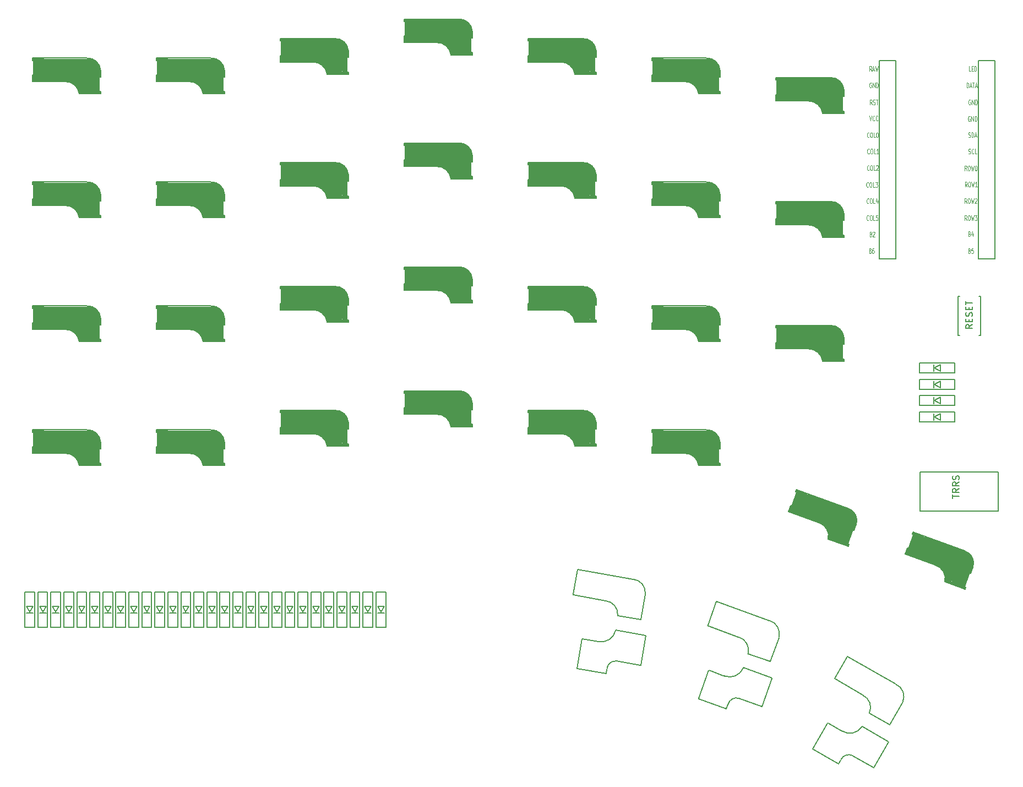
<source format=gto>
%TF.GenerationSoftware,KiCad,Pcbnew,(5.1.6-0-10_14)*%
%TF.CreationDate,2020-07-09T23:16:05+02:00*%
%TF.ProjectId,splitkb,73706c69-746b-4622-9e6b-696361645f70,rev?*%
%TF.SameCoordinates,Original*%
%TF.FileFunction,Legend,Top*%
%TF.FilePolarity,Positive*%
%FSLAX46Y46*%
G04 Gerber Fmt 4.6, Leading zero omitted, Abs format (unit mm)*
G04 Created by KiCad (PCBNEW (5.1.6-0-10_14)) date 2020-07-09 23:16:05*
%MOMM*%
%LPD*%
G01*
G04 APERTURE LIST*
%ADD10C,0.150000*%
%ADD11C,0.400000*%
%ADD12C,0.500000*%
%ADD13C,3.500000*%
%ADD14C,1.000000*%
%ADD15C,3.000000*%
%ADD16C,0.800000*%
%ADD17C,0.300000*%
%ADD18C,0.125000*%
G04 APERTURE END LIST*
D10*
%TO.C,SW27*%
X175230755Y-145874041D02*
X172104403Y-144069041D01*
X177207755Y-142449777D02*
X175235255Y-145866247D01*
X168745078Y-135307563D02*
X176214547Y-139620063D01*
X166791078Y-138691990D02*
X168745078Y-135307563D01*
X166768078Y-138731828D02*
X171118506Y-141296665D01*
X163417292Y-149585559D02*
X167357708Y-151860559D01*
X165742292Y-145558541D02*
X167950657Y-146833541D01*
X171042515Y-146078285D02*
X175112835Y-148428285D01*
X169518589Y-150567803D02*
X172787835Y-152455303D01*
X165708142Y-145567691D02*
X163408142Y-149551408D01*
X175100335Y-148449936D02*
X172821985Y-152446152D01*
X167724538Y-151235191D02*
X167374538Y-151841408D01*
X177233229Y-142383655D02*
G75*
G03*
X176214547Y-139620063I-1891137J872455D01*
G01*
X172112073Y-144045756D02*
G75*
G03*
X171094856Y-141287629I-1887672J870455D01*
G01*
X171025686Y-146097436D02*
G75*
G02*
X167888205Y-146791711I-1915878J1221603D01*
G01*
X167749537Y-151191889D02*
G75*
G02*
X169516089Y-150572133I1193154J-573398D01*
G01*
%TO.C,SW22*%
X156838575Y-136144358D02*
X153446285Y-134909666D01*
X158190923Y-132428814D02*
X156841653Y-136135901D01*
X148616580Y-126864635D02*
X156721429Y-129814558D01*
X147279966Y-130536953D02*
X148616580Y-126864635D01*
X147264233Y-130580179D02*
X151993948Y-132350607D01*
X145849084Y-141850876D02*
X150124685Y-143407068D01*
X147439477Y-137481305D02*
X149835693Y-138353457D01*
X152749431Y-137072779D02*
X157165986Y-138680274D01*
X152028253Y-141758719D02*
X155575592Y-143049845D01*
X147407434Y-137496247D02*
X145834142Y-141818833D01*
X157157436Y-138703766D02*
X155607635Y-143034903D01*
X150377348Y-142727501D02*
X150137934Y-143385285D01*
X158204528Y-132359273D02*
G75*
G03*
X156721429Y-129814558I-2013907J530808D01*
G01*
X153449795Y-134885403D02*
G75*
G03*
X151969087Y-132345815I-2010148J529440D01*
G01*
X152736183Y-137094561D02*
G75*
G02*
X149766927Y-138323107I-2098901J870355D01*
G01*
X150394449Y-142680515D02*
G75*
G02*
X152026543Y-141763417I1274596J-357498D01*
G01*
%TO.C,SW17*%
X136972916Y-129676866D02*
X133417760Y-129049996D01*
X137659521Y-125782936D02*
X136974479Y-129668003D01*
X127264425Y-121965857D02*
X135758392Y-123463572D01*
X126585808Y-125814485D02*
X127264425Y-121965857D01*
X126577820Y-125859787D02*
X131543111Y-126782011D01*
X127141306Y-137204994D02*
X131622181Y-137995093D01*
X127948770Y-132625638D02*
X130460030Y-133068441D01*
X133107114Y-131301255D02*
X137735710Y-132117401D01*
X133210597Y-136041235D02*
X136928246Y-136696757D01*
X127919809Y-132645917D02*
X127121027Y-137176033D01*
X137731369Y-132142021D02*
X136957208Y-136676478D01*
X131753000Y-137281976D02*
X131631447Y-137971341D01*
X137660844Y-125712090D02*
G75*
G03*
X135758392Y-123463572I-2075485J173033D01*
G01*
X133417003Y-129025493D02*
G75*
G03*
X131517797Y-126781609I-2071545J172339D01*
G01*
X133097848Y-131325007D02*
G75*
G02*
X130387038Y-133050493I-2218148J492662D01*
G01*
X131761683Y-137232735D02*
G75*
G02*
X133209729Y-136046159I1317311J-130735D01*
G01*
D11*
%TO.C,SW9*%
X81700000Y-43050000D02*
X81700000Y-43750000D01*
X81700000Y-40550000D02*
X83100000Y-40550000D01*
D12*
X91800000Y-45650000D02*
X89100000Y-45650000D01*
D10*
X81500000Y-40700000D02*
X81500000Y-40350000D01*
X81500000Y-40350000D02*
X89900000Y-40349999D01*
X86500000Y-43950000D02*
X81500000Y-43950000D01*
X92000000Y-45850000D02*
X88720000Y-45850000D01*
X92000000Y-42250000D02*
X92000000Y-43250000D01*
X92000000Y-45850000D02*
X92000000Y-45490000D01*
X91800000Y-45490000D02*
X92000000Y-45490000D01*
X91770000Y-43250000D02*
X91770000Y-45490000D01*
X92000000Y-43250000D02*
X91800000Y-43250000D01*
X81700000Y-40700000D02*
X81500000Y-40700000D01*
X81720000Y-42950000D02*
X81720000Y-40700000D01*
X81500000Y-42950000D02*
X81700000Y-42950000D01*
X81500000Y-43950000D02*
X81500000Y-42950000D01*
D13*
X83500000Y-42150000D02*
X90200000Y-42150000D01*
D14*
X82200000Y-40950000D02*
X82200000Y-43450000D01*
D12*
X81800000Y-43650000D02*
X83200000Y-43650000D01*
D15*
X90270000Y-41850000D02*
X90270000Y-44090000D01*
D16*
X91400000Y-45350000D02*
X91400000Y-43550000D01*
D17*
X91899999Y-43150000D02*
X91900000Y-42250001D01*
D14*
X89116318Y-45428529D02*
G75*
G03*
X86900000Y-43550000I-2151318J-291471D01*
G01*
D10*
X92000001Y-42250000D02*
G75*
G03*
X89900000Y-40349999I-2000001J-100000D01*
G01*
X88716318Y-45828529D02*
G75*
G03*
X86500000Y-43950000I-2151318J-291471D01*
G01*
D17*
%TO.C,SW30*%
X168099999Y-87250000D02*
X168100000Y-86350001D01*
D16*
X167600000Y-89450000D02*
X167600000Y-87650000D01*
D15*
X166470000Y-85950000D02*
X166470000Y-88190000D01*
D12*
X158000000Y-87750000D02*
X159400000Y-87750000D01*
D14*
X158400000Y-85050000D02*
X158400000Y-87550000D01*
D13*
X159700000Y-86250000D02*
X166400000Y-86250000D01*
D10*
X157700000Y-88050000D02*
X157700000Y-87050000D01*
X157700000Y-87050000D02*
X157900000Y-87050000D01*
X157920000Y-87050000D02*
X157920000Y-84800000D01*
X157900000Y-84800000D02*
X157700000Y-84800000D01*
X168200000Y-87350000D02*
X168000000Y-87350000D01*
X167970000Y-87350000D02*
X167970000Y-89590000D01*
X168000000Y-89590000D02*
X168200000Y-89590000D01*
X168200000Y-89950000D02*
X168200000Y-89590000D01*
X168200000Y-86350000D02*
X168200000Y-87350000D01*
X168200000Y-89950000D02*
X164920000Y-89950000D01*
X162700000Y-88050000D02*
X157700000Y-88050000D01*
X157700000Y-84450000D02*
X166100000Y-84449999D01*
X157700000Y-84800000D02*
X157700000Y-84450000D01*
D12*
X168000000Y-89750000D02*
X165300000Y-89750000D01*
D11*
X157900000Y-84650000D02*
X159300000Y-84650000D01*
X157900000Y-87150000D02*
X157900000Y-87850000D01*
D10*
X164916318Y-89928529D02*
G75*
G03*
X162700000Y-88050000I-2151318J-291471D01*
G01*
X168200001Y-86350000D02*
G75*
G03*
X166100000Y-84449999I-2000001J-100000D01*
G01*
D14*
X165316318Y-89528529D02*
G75*
G03*
X163100000Y-87650000I-2151318J-291471D01*
G01*
D11*
%TO.C,SW2*%
X43600000Y-65100000D02*
X43600000Y-65800000D01*
X43600000Y-62600000D02*
X45000000Y-62600000D01*
D12*
X53700000Y-67700000D02*
X51000000Y-67700000D01*
D10*
X43400000Y-62750000D02*
X43400000Y-62400000D01*
X43400000Y-62400000D02*
X51800000Y-62399999D01*
X48400000Y-66000000D02*
X43400000Y-66000000D01*
X53900000Y-67900000D02*
X50620000Y-67900000D01*
X53900000Y-64300000D02*
X53900000Y-65300000D01*
X53900000Y-67900000D02*
X53900000Y-67540000D01*
X53700000Y-67540000D02*
X53900000Y-67540000D01*
X53670000Y-65300000D02*
X53670000Y-67540000D01*
X53900000Y-65300000D02*
X53700000Y-65300000D01*
X43600000Y-62750000D02*
X43400000Y-62750000D01*
X43620000Y-65000000D02*
X43620000Y-62750000D01*
X43400000Y-65000000D02*
X43600000Y-65000000D01*
X43400000Y-66000000D02*
X43400000Y-65000000D01*
D13*
X45400000Y-64200000D02*
X52100000Y-64200000D01*
D14*
X44100000Y-63000000D02*
X44100000Y-65500000D01*
D12*
X43700000Y-65700000D02*
X45100000Y-65700000D01*
D15*
X52170000Y-63900000D02*
X52170000Y-66140000D01*
D16*
X53300000Y-67400000D02*
X53300000Y-65600000D01*
D17*
X53799999Y-65200000D02*
X53800000Y-64300001D01*
D14*
X51016318Y-67478529D02*
G75*
G03*
X48800000Y-65600000I-2151318J-291471D01*
G01*
D10*
X53900001Y-64300000D02*
G75*
G03*
X51800000Y-62399999I-2000001J-100000D01*
G01*
X50616318Y-67878529D02*
G75*
G03*
X48400000Y-66000000I-2151318J-291471D01*
G01*
%TO.C,D1*%
X43000000Y-128525000D02*
X42500000Y-127625000D01*
X42500000Y-127625000D02*
X43500000Y-127625000D01*
X43500000Y-127625000D02*
X43000000Y-128525000D01*
X42500000Y-128625000D02*
X43500000Y-128625000D01*
X42250000Y-125425000D02*
X42250000Y-130825000D01*
X42250000Y-130825000D02*
X43750000Y-130825000D01*
X43750000Y-130825000D02*
X43750000Y-125425000D01*
X43750000Y-125425000D02*
X42250000Y-125425000D01*
%TO.C,D2*%
X45750000Y-125425000D02*
X44250000Y-125425000D01*
X45750000Y-130825000D02*
X45750000Y-125425000D01*
X44250000Y-130825000D02*
X45750000Y-130825000D01*
X44250000Y-125425000D02*
X44250000Y-130825000D01*
X44500000Y-128625000D02*
X45500000Y-128625000D01*
X45500000Y-127625000D02*
X45000000Y-128525000D01*
X44500000Y-127625000D02*
X45500000Y-127625000D01*
X45000000Y-128525000D02*
X44500000Y-127625000D01*
%TO.C,D3*%
X47000000Y-128525000D02*
X46500000Y-127625000D01*
X46500000Y-127625000D02*
X47500000Y-127625000D01*
X47500000Y-127625000D02*
X47000000Y-128525000D01*
X46500000Y-128625000D02*
X47500000Y-128625000D01*
X46250000Y-125425000D02*
X46250000Y-130825000D01*
X46250000Y-130825000D02*
X47750000Y-130825000D01*
X47750000Y-130825000D02*
X47750000Y-125425000D01*
X47750000Y-125425000D02*
X46250000Y-125425000D01*
%TO.C,D4*%
X49000000Y-128525000D02*
X48500000Y-127625000D01*
X48500000Y-127625000D02*
X49500000Y-127625000D01*
X49500000Y-127625000D02*
X49000000Y-128525000D01*
X48500000Y-128625000D02*
X49500000Y-128625000D01*
X48250000Y-125425000D02*
X48250000Y-130825000D01*
X48250000Y-130825000D02*
X49750000Y-130825000D01*
X49750000Y-130825000D02*
X49750000Y-125425000D01*
X49750000Y-125425000D02*
X48250000Y-125425000D01*
%TO.C,D5*%
X51750000Y-125425000D02*
X50250000Y-125425000D01*
X51750000Y-130825000D02*
X51750000Y-125425000D01*
X50250000Y-130825000D02*
X51750000Y-130825000D01*
X50250000Y-125425000D02*
X50250000Y-130825000D01*
X50500000Y-128625000D02*
X51500000Y-128625000D01*
X51500000Y-127625000D02*
X51000000Y-128525000D01*
X50500000Y-127625000D02*
X51500000Y-127625000D01*
X51000000Y-128525000D02*
X50500000Y-127625000D01*
%TO.C,D6*%
X53000000Y-128525000D02*
X52500000Y-127625000D01*
X52500000Y-127625000D02*
X53500000Y-127625000D01*
X53500000Y-127625000D02*
X53000000Y-128525000D01*
X52500000Y-128625000D02*
X53500000Y-128625000D01*
X52250000Y-125425000D02*
X52250000Y-130825000D01*
X52250000Y-130825000D02*
X53750000Y-130825000D01*
X53750000Y-130825000D02*
X53750000Y-125425000D01*
X53750000Y-125425000D02*
X52250000Y-125425000D01*
%TO.C,D7*%
X55000000Y-128525000D02*
X54500000Y-127625000D01*
X54500000Y-127625000D02*
X55500000Y-127625000D01*
X55500000Y-127625000D02*
X55000000Y-128525000D01*
X54500000Y-128625000D02*
X55500000Y-128625000D01*
X54250000Y-125425000D02*
X54250000Y-130825000D01*
X54250000Y-130825000D02*
X55750000Y-130825000D01*
X55750000Y-130825000D02*
X55750000Y-125425000D01*
X55750000Y-125425000D02*
X54250000Y-125425000D01*
%TO.C,D8*%
X57750000Y-125425000D02*
X56250000Y-125425000D01*
X57750000Y-130825000D02*
X57750000Y-125425000D01*
X56250000Y-130825000D02*
X57750000Y-130825000D01*
X56250000Y-125425000D02*
X56250000Y-130825000D01*
X56500000Y-128625000D02*
X57500000Y-128625000D01*
X57500000Y-127625000D02*
X57000000Y-128525000D01*
X56500000Y-127625000D02*
X57500000Y-127625000D01*
X57000000Y-128525000D02*
X56500000Y-127625000D01*
%TO.C,D9*%
X59750000Y-125425000D02*
X58250000Y-125425000D01*
X59750000Y-130825000D02*
X59750000Y-125425000D01*
X58250000Y-130825000D02*
X59750000Y-130825000D01*
X58250000Y-125425000D02*
X58250000Y-130825000D01*
X58500000Y-128625000D02*
X59500000Y-128625000D01*
X59500000Y-127625000D02*
X59000000Y-128525000D01*
X58500000Y-127625000D02*
X59500000Y-127625000D01*
X59000000Y-128525000D02*
X58500000Y-127625000D01*
%TO.C,D10*%
X61000000Y-128525000D02*
X60500000Y-127625000D01*
X60500000Y-127625000D02*
X61500000Y-127625000D01*
X61500000Y-127625000D02*
X61000000Y-128525000D01*
X60500000Y-128625000D02*
X61500000Y-128625000D01*
X60250000Y-125425000D02*
X60250000Y-130825000D01*
X60250000Y-130825000D02*
X61750000Y-130825000D01*
X61750000Y-130825000D02*
X61750000Y-125425000D01*
X61750000Y-125425000D02*
X60250000Y-125425000D01*
%TO.C,D11*%
X63750000Y-125425000D02*
X62250000Y-125425000D01*
X63750000Y-130825000D02*
X63750000Y-125425000D01*
X62250000Y-130825000D02*
X63750000Y-130825000D01*
X62250000Y-125425000D02*
X62250000Y-130825000D01*
X62500000Y-128625000D02*
X63500000Y-128625000D01*
X63500000Y-127625000D02*
X63000000Y-128525000D01*
X62500000Y-127625000D02*
X63500000Y-127625000D01*
X63000000Y-128525000D02*
X62500000Y-127625000D01*
%TO.C,D12*%
X65000000Y-128525000D02*
X64500000Y-127625000D01*
X64500000Y-127625000D02*
X65500000Y-127625000D01*
X65500000Y-127625000D02*
X65000000Y-128525000D01*
X64500000Y-128625000D02*
X65500000Y-128625000D01*
X64250000Y-125425000D02*
X64250000Y-130825000D01*
X64250000Y-130825000D02*
X65750000Y-130825000D01*
X65750000Y-130825000D02*
X65750000Y-125425000D01*
X65750000Y-125425000D02*
X64250000Y-125425000D01*
%TO.C,D13*%
X67750000Y-125425000D02*
X66250000Y-125425000D01*
X67750000Y-130825000D02*
X67750000Y-125425000D01*
X66250000Y-130825000D02*
X67750000Y-130825000D01*
X66250000Y-125425000D02*
X66250000Y-130825000D01*
X66500000Y-128625000D02*
X67500000Y-128625000D01*
X67500000Y-127625000D02*
X67000000Y-128525000D01*
X66500000Y-127625000D02*
X67500000Y-127625000D01*
X67000000Y-128525000D02*
X66500000Y-127625000D01*
%TO.C,D14*%
X69000000Y-128525000D02*
X68500000Y-127625000D01*
X68500000Y-127625000D02*
X69500000Y-127625000D01*
X69500000Y-127625000D02*
X69000000Y-128525000D01*
X68500000Y-128625000D02*
X69500000Y-128625000D01*
X68250000Y-125425000D02*
X68250000Y-130825000D01*
X68250000Y-130825000D02*
X69750000Y-130825000D01*
X69750000Y-130825000D02*
X69750000Y-125425000D01*
X69750000Y-125425000D02*
X68250000Y-125425000D01*
%TO.C,D15*%
X71000000Y-128525000D02*
X70500000Y-127625000D01*
X70500000Y-127625000D02*
X71500000Y-127625000D01*
X71500000Y-127625000D02*
X71000000Y-128525000D01*
X70500000Y-128625000D02*
X71500000Y-128625000D01*
X70250000Y-125425000D02*
X70250000Y-130825000D01*
X70250000Y-130825000D02*
X71750000Y-130825000D01*
X71750000Y-130825000D02*
X71750000Y-125425000D01*
X71750000Y-125425000D02*
X70250000Y-125425000D01*
%TO.C,D16*%
X73750000Y-125425000D02*
X72250000Y-125425000D01*
X73750000Y-130825000D02*
X73750000Y-125425000D01*
X72250000Y-130825000D02*
X73750000Y-130825000D01*
X72250000Y-125425000D02*
X72250000Y-130825000D01*
X72500000Y-128625000D02*
X73500000Y-128625000D01*
X73500000Y-127625000D02*
X73000000Y-128525000D01*
X72500000Y-127625000D02*
X73500000Y-127625000D01*
X73000000Y-128525000D02*
X72500000Y-127625000D01*
%TO.C,D17*%
X185200000Y-99250000D02*
X185200000Y-97750000D01*
X179800000Y-99250000D02*
X185200000Y-99250000D01*
X179800000Y-97750000D02*
X179800000Y-99250000D01*
X185200000Y-97750000D02*
X179800000Y-97750000D01*
X182000000Y-98000000D02*
X182000000Y-99000000D01*
X183000000Y-99000000D02*
X182100000Y-98500000D01*
X183000000Y-98000000D02*
X183000000Y-99000000D01*
X182100000Y-98500000D02*
X183000000Y-98000000D01*
%TO.C,D18*%
X75750000Y-125425000D02*
X74250000Y-125425000D01*
X75750000Y-130825000D02*
X75750000Y-125425000D01*
X74250000Y-130825000D02*
X75750000Y-130825000D01*
X74250000Y-125425000D02*
X74250000Y-130825000D01*
X74500000Y-128625000D02*
X75500000Y-128625000D01*
X75500000Y-127625000D02*
X75000000Y-128525000D01*
X74500000Y-127625000D02*
X75500000Y-127625000D01*
X75000000Y-128525000D02*
X74500000Y-127625000D01*
%TO.C,D19*%
X77000000Y-128525000D02*
X76500000Y-127625000D01*
X76500000Y-127625000D02*
X77500000Y-127625000D01*
X77500000Y-127625000D02*
X77000000Y-128525000D01*
X76500000Y-128625000D02*
X77500000Y-128625000D01*
X76250000Y-125425000D02*
X76250000Y-130825000D01*
X76250000Y-130825000D02*
X77750000Y-130825000D01*
X77750000Y-130825000D02*
X77750000Y-125425000D01*
X77750000Y-125425000D02*
X76250000Y-125425000D01*
%TO.C,D20*%
X79750000Y-125425000D02*
X78250000Y-125425000D01*
X79750000Y-130825000D02*
X79750000Y-125425000D01*
X78250000Y-130825000D02*
X79750000Y-130825000D01*
X78250000Y-125425000D02*
X78250000Y-130825000D01*
X78500000Y-128625000D02*
X79500000Y-128625000D01*
X79500000Y-127625000D02*
X79000000Y-128525000D01*
X78500000Y-127625000D02*
X79500000Y-127625000D01*
X79000000Y-128525000D02*
X78500000Y-127625000D01*
%TO.C,D21*%
X81000000Y-128525000D02*
X80500000Y-127625000D01*
X80500000Y-127625000D02*
X81500000Y-127625000D01*
X81500000Y-127625000D02*
X81000000Y-128525000D01*
X80500000Y-128625000D02*
X81500000Y-128625000D01*
X80250000Y-125425000D02*
X80250000Y-130825000D01*
X80250000Y-130825000D02*
X81750000Y-130825000D01*
X81750000Y-130825000D02*
X81750000Y-125425000D01*
X81750000Y-125425000D02*
X80250000Y-125425000D01*
%TO.C,D22*%
X185200000Y-96750000D02*
X185200000Y-95250000D01*
X179800000Y-96750000D02*
X185200000Y-96750000D01*
X179800000Y-95250000D02*
X179800000Y-96750000D01*
X185200000Y-95250000D02*
X179800000Y-95250000D01*
X182000000Y-95500000D02*
X182000000Y-96500000D01*
X183000000Y-96500000D02*
X182100000Y-96000000D01*
X183000000Y-95500000D02*
X183000000Y-96500000D01*
X182100000Y-96000000D02*
X183000000Y-95500000D01*
%TO.C,D23*%
X83000000Y-128525000D02*
X82500000Y-127625000D01*
X82500000Y-127625000D02*
X83500000Y-127625000D01*
X83500000Y-127625000D02*
X83000000Y-128525000D01*
X82500000Y-128625000D02*
X83500000Y-128625000D01*
X82250000Y-125425000D02*
X82250000Y-130825000D01*
X82250000Y-130825000D02*
X83750000Y-130825000D01*
X83750000Y-130825000D02*
X83750000Y-125425000D01*
X83750000Y-125425000D02*
X82250000Y-125425000D01*
%TO.C,D24*%
X85750000Y-125425000D02*
X84250000Y-125425000D01*
X85750000Y-130825000D02*
X85750000Y-125425000D01*
X84250000Y-130825000D02*
X85750000Y-130825000D01*
X84250000Y-125425000D02*
X84250000Y-130825000D01*
X84500000Y-128625000D02*
X85500000Y-128625000D01*
X85500000Y-127625000D02*
X85000000Y-128525000D01*
X84500000Y-127625000D02*
X85500000Y-127625000D01*
X85000000Y-128525000D02*
X84500000Y-127625000D01*
%TO.C,D25*%
X87000000Y-128525000D02*
X86500000Y-127625000D01*
X86500000Y-127625000D02*
X87500000Y-127625000D01*
X87500000Y-127625000D02*
X87000000Y-128525000D01*
X86500000Y-128625000D02*
X87500000Y-128625000D01*
X86250000Y-125425000D02*
X86250000Y-130825000D01*
X86250000Y-130825000D02*
X87750000Y-130825000D01*
X87750000Y-130825000D02*
X87750000Y-125425000D01*
X87750000Y-125425000D02*
X86250000Y-125425000D01*
%TO.C,D26*%
X89750000Y-125425000D02*
X88250000Y-125425000D01*
X89750000Y-130825000D02*
X89750000Y-125425000D01*
X88250000Y-130825000D02*
X89750000Y-130825000D01*
X88250000Y-125425000D02*
X88250000Y-130825000D01*
X88500000Y-128625000D02*
X89500000Y-128625000D01*
X89500000Y-127625000D02*
X89000000Y-128525000D01*
X88500000Y-127625000D02*
X89500000Y-127625000D01*
X89000000Y-128525000D02*
X88500000Y-127625000D01*
%TO.C,D27*%
X182100000Y-93500000D02*
X183000000Y-93000000D01*
X183000000Y-93000000D02*
X183000000Y-94000000D01*
X183000000Y-94000000D02*
X182100000Y-93500000D01*
X182000000Y-93000000D02*
X182000000Y-94000000D01*
X185200000Y-92750000D02*
X179800000Y-92750000D01*
X179800000Y-92750000D02*
X179800000Y-94250000D01*
X179800000Y-94250000D02*
X185200000Y-94250000D01*
X185200000Y-94250000D02*
X185200000Y-92750000D01*
%TO.C,D28*%
X91000000Y-128525000D02*
X90500000Y-127625000D01*
X90500000Y-127625000D02*
X91500000Y-127625000D01*
X91500000Y-127625000D02*
X91000000Y-128525000D01*
X90500000Y-128625000D02*
X91500000Y-128625000D01*
X90250000Y-125425000D02*
X90250000Y-130825000D01*
X90250000Y-130825000D02*
X91750000Y-130825000D01*
X91750000Y-130825000D02*
X91750000Y-125425000D01*
X91750000Y-125425000D02*
X90250000Y-125425000D01*
%TO.C,D29*%
X93750000Y-125425000D02*
X92250000Y-125425000D01*
X93750000Y-130825000D02*
X93750000Y-125425000D01*
X92250000Y-130825000D02*
X93750000Y-130825000D01*
X92250000Y-125425000D02*
X92250000Y-130825000D01*
X92500000Y-128625000D02*
X93500000Y-128625000D01*
X93500000Y-127625000D02*
X93000000Y-128525000D01*
X92500000Y-127625000D02*
X93500000Y-127625000D01*
X93000000Y-128525000D02*
X92500000Y-127625000D01*
%TO.C,D30*%
X95750000Y-125425000D02*
X94250000Y-125425000D01*
X95750000Y-130825000D02*
X95750000Y-125425000D01*
X94250000Y-130825000D02*
X95750000Y-130825000D01*
X94250000Y-125425000D02*
X94250000Y-130825000D01*
X94500000Y-128625000D02*
X95500000Y-128625000D01*
X95500000Y-127625000D02*
X95000000Y-128525000D01*
X94500000Y-127625000D02*
X95500000Y-127625000D01*
X95000000Y-128525000D02*
X94500000Y-127625000D01*
%TO.C,D31*%
X97000000Y-128525000D02*
X96500000Y-127625000D01*
X96500000Y-127625000D02*
X97500000Y-127625000D01*
X97500000Y-127625000D02*
X97000000Y-128525000D01*
X96500000Y-128625000D02*
X97500000Y-128625000D01*
X96250000Y-125425000D02*
X96250000Y-130825000D01*
X96250000Y-130825000D02*
X97750000Y-130825000D01*
X97750000Y-130825000D02*
X97750000Y-125425000D01*
X97750000Y-125425000D02*
X96250000Y-125425000D01*
%TO.C,D32*%
X185200000Y-91750000D02*
X185200000Y-90250000D01*
X179800000Y-91750000D02*
X185200000Y-91750000D01*
X179800000Y-90250000D02*
X179800000Y-91750000D01*
X185200000Y-90250000D02*
X179800000Y-90250000D01*
X182000000Y-90500000D02*
X182000000Y-91500000D01*
X183000000Y-91500000D02*
X182100000Y-91000000D01*
X183000000Y-90500000D02*
X183000000Y-91500000D01*
X182100000Y-91000000D02*
X183000000Y-90500000D01*
%TO.C,K1*%
X189250000Y-80000000D02*
X189000000Y-80000000D01*
X189250000Y-86000000D02*
X189250000Y-80000000D01*
X189000000Y-86000000D02*
X189250000Y-86000000D01*
X185750000Y-86000000D02*
X186000000Y-86000000D01*
X185750000Y-80000000D02*
X185750000Y-86000000D01*
X186000000Y-80000000D02*
X185750000Y-80000000D01*
%TO.C,U1*%
X173666400Y-43752000D02*
X176206400Y-43752000D01*
X176206400Y-43752000D02*
X176206400Y-74232000D01*
X176206400Y-74232000D02*
X173666400Y-74232000D01*
X173666400Y-74232000D02*
X173666400Y-43752000D01*
X188886400Y-43752000D02*
X191426400Y-43752000D01*
X191426400Y-43752000D02*
X191426400Y-74232000D01*
X191426400Y-74232000D02*
X188886400Y-74232000D01*
X188886400Y-74232000D02*
X188886400Y-43752000D01*
%TO.C,J1*%
X179900000Y-107000000D02*
X191900000Y-107000000D01*
X179900000Y-113000000D02*
X179900000Y-107000000D01*
X191900000Y-113000000D02*
X179900000Y-113000000D01*
X191900000Y-107000000D02*
X191900000Y-113000000D01*
D11*
%TO.C,SW1*%
X43600000Y-46050000D02*
X43600000Y-46750000D01*
X43600000Y-43550000D02*
X45000000Y-43550000D01*
D12*
X53700000Y-48650000D02*
X51000000Y-48650000D01*
D10*
X43400000Y-43700000D02*
X43400000Y-43350000D01*
X43400000Y-43350000D02*
X51800000Y-43349999D01*
X48400000Y-46950000D02*
X43400000Y-46950000D01*
X53900000Y-48850000D02*
X50620000Y-48850000D01*
X53900000Y-45250000D02*
X53900000Y-46250000D01*
X53900000Y-48850000D02*
X53900000Y-48490000D01*
X53700000Y-48490000D02*
X53900000Y-48490000D01*
X53670000Y-46250000D02*
X53670000Y-48490000D01*
X53900000Y-46250000D02*
X53700000Y-46250000D01*
X43600000Y-43700000D02*
X43400000Y-43700000D01*
X43620000Y-45950000D02*
X43620000Y-43700000D01*
X43400000Y-45950000D02*
X43600000Y-45950000D01*
X43400000Y-46950000D02*
X43400000Y-45950000D01*
D13*
X45400000Y-45150000D02*
X52100000Y-45150000D01*
D14*
X44100000Y-43950000D02*
X44100000Y-46450000D01*
D12*
X43700000Y-46650000D02*
X45100000Y-46650000D01*
D15*
X52170000Y-44850000D02*
X52170000Y-47090000D01*
D16*
X53300000Y-48350000D02*
X53300000Y-46550000D01*
D17*
X53799999Y-46150000D02*
X53800000Y-45250001D01*
D14*
X51016318Y-48428529D02*
G75*
G03*
X48800000Y-46550000I-2151318J-291471D01*
G01*
D10*
X53900001Y-45250000D02*
G75*
G03*
X51800000Y-43349999I-2000001J-100000D01*
G01*
X50616318Y-48828529D02*
G75*
G03*
X48400000Y-46950000I-2151318J-291471D01*
G01*
D11*
%TO.C,SW3*%
X43600000Y-84150000D02*
X43600000Y-84850000D01*
X43600000Y-81650000D02*
X45000000Y-81650000D01*
D12*
X53700000Y-86750000D02*
X51000000Y-86750000D01*
D10*
X43400000Y-81800000D02*
X43400000Y-81450000D01*
X43400000Y-81450000D02*
X51800000Y-81449999D01*
X48400000Y-85050000D02*
X43400000Y-85050000D01*
X53900000Y-86950000D02*
X50620000Y-86950000D01*
X53900000Y-83350000D02*
X53900000Y-84350000D01*
X53900000Y-86950000D02*
X53900000Y-86590000D01*
X53700000Y-86590000D02*
X53900000Y-86590000D01*
X53670000Y-84350000D02*
X53670000Y-86590000D01*
X53900000Y-84350000D02*
X53700000Y-84350000D01*
X43600000Y-81800000D02*
X43400000Y-81800000D01*
X43620000Y-84050000D02*
X43620000Y-81800000D01*
X43400000Y-84050000D02*
X43600000Y-84050000D01*
X43400000Y-85050000D02*
X43400000Y-84050000D01*
D13*
X45400000Y-83250000D02*
X52100000Y-83250000D01*
D14*
X44100000Y-82050000D02*
X44100000Y-84550000D01*
D12*
X43700000Y-84750000D02*
X45100000Y-84750000D01*
D15*
X52170000Y-82950000D02*
X52170000Y-85190000D01*
D16*
X53300000Y-86450000D02*
X53300000Y-84650000D01*
D17*
X53799999Y-84250000D02*
X53800000Y-83350001D01*
D14*
X51016318Y-86528529D02*
G75*
G03*
X48800000Y-84650000I-2151318J-291471D01*
G01*
D10*
X53900001Y-83350000D02*
G75*
G03*
X51800000Y-81449999I-2000001J-100000D01*
G01*
X50616318Y-86928529D02*
G75*
G03*
X48400000Y-85050000I-2151318J-291471D01*
G01*
D17*
%TO.C,SW4*%
X53799999Y-103300000D02*
X53800000Y-102400001D01*
D16*
X53300000Y-105500000D02*
X53300000Y-103700000D01*
D15*
X52170000Y-102000000D02*
X52170000Y-104240000D01*
D12*
X43700000Y-103800000D02*
X45100000Y-103800000D01*
D14*
X44100000Y-101100000D02*
X44100000Y-103600000D01*
D13*
X45400000Y-102300000D02*
X52100000Y-102300000D01*
D10*
X43400000Y-104100000D02*
X43400000Y-103100000D01*
X43400000Y-103100000D02*
X43600000Y-103100000D01*
X43620000Y-103100000D02*
X43620000Y-100850000D01*
X43600000Y-100850000D02*
X43400000Y-100850000D01*
X53900000Y-103400000D02*
X53700000Y-103400000D01*
X53670000Y-103400000D02*
X53670000Y-105640000D01*
X53700000Y-105640000D02*
X53900000Y-105640000D01*
X53900000Y-106000000D02*
X53900000Y-105640000D01*
X53900000Y-102400000D02*
X53900000Y-103400000D01*
X53900000Y-106000000D02*
X50620000Y-106000000D01*
X48400000Y-104100000D02*
X43400000Y-104100000D01*
X43400000Y-100500000D02*
X51800000Y-100499999D01*
X43400000Y-100850000D02*
X43400000Y-100500000D01*
D12*
X53700000Y-105800000D02*
X51000000Y-105800000D01*
D11*
X43600000Y-100700000D02*
X45000000Y-100700000D01*
X43600000Y-103200000D02*
X43600000Y-103900000D01*
D10*
X50616318Y-105978529D02*
G75*
G03*
X48400000Y-104100000I-2151318J-291471D01*
G01*
X53900001Y-102400000D02*
G75*
G03*
X51800000Y-100499999I-2000001J-100000D01*
G01*
D14*
X51016318Y-105578529D02*
G75*
G03*
X48800000Y-103700000I-2151318J-291471D01*
G01*
D17*
%TO.C,SW5*%
X72849999Y-46150000D02*
X72850000Y-45250001D01*
D16*
X72350000Y-48350000D02*
X72350000Y-46550000D01*
D15*
X71220000Y-44850000D02*
X71220000Y-47090000D01*
D12*
X62750000Y-46650000D02*
X64150000Y-46650000D01*
D14*
X63150000Y-43950000D02*
X63150000Y-46450000D01*
D13*
X64450000Y-45150000D02*
X71150000Y-45150000D01*
D10*
X62450000Y-46950000D02*
X62450000Y-45950000D01*
X62450000Y-45950000D02*
X62650000Y-45950000D01*
X62670000Y-45950000D02*
X62670000Y-43700000D01*
X62650000Y-43700000D02*
X62450000Y-43700000D01*
X72950000Y-46250000D02*
X72750000Y-46250000D01*
X72720000Y-46250000D02*
X72720000Y-48490000D01*
X72750000Y-48490000D02*
X72950000Y-48490000D01*
X72950000Y-48850000D02*
X72950000Y-48490000D01*
X72950000Y-45250000D02*
X72950000Y-46250000D01*
X72950000Y-48850000D02*
X69670000Y-48850000D01*
X67450000Y-46950000D02*
X62450000Y-46950000D01*
X62450000Y-43350000D02*
X70850000Y-43349999D01*
X62450000Y-43700000D02*
X62450000Y-43350000D01*
D12*
X72750000Y-48650000D02*
X70050000Y-48650000D01*
D11*
X62650000Y-43550000D02*
X64050000Y-43550000D01*
X62650000Y-46050000D02*
X62650000Y-46750000D01*
D10*
X69666318Y-48828529D02*
G75*
G03*
X67450000Y-46950000I-2151318J-291471D01*
G01*
X72950001Y-45250000D02*
G75*
G03*
X70850000Y-43349999I-2000001J-100000D01*
G01*
D14*
X70066318Y-48428529D02*
G75*
G03*
X67850000Y-46550000I-2151318J-291471D01*
G01*
D17*
%TO.C,SW6*%
X72849999Y-65200000D02*
X72850000Y-64300001D01*
D16*
X72350000Y-67400000D02*
X72350000Y-65600000D01*
D15*
X71220000Y-63900000D02*
X71220000Y-66140000D01*
D12*
X62750000Y-65700000D02*
X64150000Y-65700000D01*
D14*
X63150000Y-63000000D02*
X63150000Y-65500000D01*
D13*
X64450000Y-64200000D02*
X71150000Y-64200000D01*
D10*
X62450000Y-66000000D02*
X62450000Y-65000000D01*
X62450000Y-65000000D02*
X62650000Y-65000000D01*
X62670000Y-65000000D02*
X62670000Y-62750000D01*
X62650000Y-62750000D02*
X62450000Y-62750000D01*
X72950000Y-65300000D02*
X72750000Y-65300000D01*
X72720000Y-65300000D02*
X72720000Y-67540000D01*
X72750000Y-67540000D02*
X72950000Y-67540000D01*
X72950000Y-67900000D02*
X72950000Y-67540000D01*
X72950000Y-64300000D02*
X72950000Y-65300000D01*
X72950000Y-67900000D02*
X69670000Y-67900000D01*
X67450000Y-66000000D02*
X62450000Y-66000000D01*
X62450000Y-62400000D02*
X70850000Y-62399999D01*
X62450000Y-62750000D02*
X62450000Y-62400000D01*
D12*
X72750000Y-67700000D02*
X70050000Y-67700000D01*
D11*
X62650000Y-62600000D02*
X64050000Y-62600000D01*
X62650000Y-65100000D02*
X62650000Y-65800000D01*
D10*
X69666318Y-67878529D02*
G75*
G03*
X67450000Y-66000000I-2151318J-291471D01*
G01*
X72950001Y-64300000D02*
G75*
G03*
X70850000Y-62399999I-2000001J-100000D01*
G01*
D14*
X70066318Y-67478529D02*
G75*
G03*
X67850000Y-65600000I-2151318J-291471D01*
G01*
D11*
%TO.C,SW7*%
X62650000Y-84150000D02*
X62650000Y-84850000D01*
X62650000Y-81650000D02*
X64050000Y-81650000D01*
D12*
X72750000Y-86750000D02*
X70050000Y-86750000D01*
D10*
X62450000Y-81800000D02*
X62450000Y-81450000D01*
X62450000Y-81450000D02*
X70850000Y-81449999D01*
X67450000Y-85050000D02*
X62450000Y-85050000D01*
X72950000Y-86950000D02*
X69670000Y-86950000D01*
X72950000Y-83350000D02*
X72950000Y-84350000D01*
X72950000Y-86950000D02*
X72950000Y-86590000D01*
X72750000Y-86590000D02*
X72950000Y-86590000D01*
X72720000Y-84350000D02*
X72720000Y-86590000D01*
X72950000Y-84350000D02*
X72750000Y-84350000D01*
X62650000Y-81800000D02*
X62450000Y-81800000D01*
X62670000Y-84050000D02*
X62670000Y-81800000D01*
X62450000Y-84050000D02*
X62650000Y-84050000D01*
X62450000Y-85050000D02*
X62450000Y-84050000D01*
D13*
X64450000Y-83250000D02*
X71150000Y-83250000D01*
D14*
X63150000Y-82050000D02*
X63150000Y-84550000D01*
D12*
X62750000Y-84750000D02*
X64150000Y-84750000D01*
D15*
X71220000Y-82950000D02*
X71220000Y-85190000D01*
D16*
X72350000Y-86450000D02*
X72350000Y-84650000D01*
D17*
X72849999Y-84250000D02*
X72850000Y-83350001D01*
D14*
X70066318Y-86528529D02*
G75*
G03*
X67850000Y-84650000I-2151318J-291471D01*
G01*
D10*
X72950001Y-83350000D02*
G75*
G03*
X70850000Y-81449999I-2000001J-100000D01*
G01*
X69666318Y-86928529D02*
G75*
G03*
X67450000Y-85050000I-2151318J-291471D01*
G01*
D11*
%TO.C,SW8*%
X62650000Y-103200000D02*
X62650000Y-103900000D01*
X62650000Y-100700000D02*
X64050000Y-100700000D01*
D12*
X72750000Y-105800000D02*
X70050000Y-105800000D01*
D10*
X62450000Y-100850000D02*
X62450000Y-100500000D01*
X62450000Y-100500000D02*
X70850000Y-100499999D01*
X67450000Y-104100000D02*
X62450000Y-104100000D01*
X72950000Y-106000000D02*
X69670000Y-106000000D01*
X72950000Y-102400000D02*
X72950000Y-103400000D01*
X72950000Y-106000000D02*
X72950000Y-105640000D01*
X72750000Y-105640000D02*
X72950000Y-105640000D01*
X72720000Y-103400000D02*
X72720000Y-105640000D01*
X72950000Y-103400000D02*
X72750000Y-103400000D01*
X62650000Y-100850000D02*
X62450000Y-100850000D01*
X62670000Y-103100000D02*
X62670000Y-100850000D01*
X62450000Y-103100000D02*
X62650000Y-103100000D01*
X62450000Y-104100000D02*
X62450000Y-103100000D01*
D13*
X64450000Y-102300000D02*
X71150000Y-102300000D01*
D14*
X63150000Y-101100000D02*
X63150000Y-103600000D01*
D12*
X62750000Y-103800000D02*
X64150000Y-103800000D01*
D15*
X71220000Y-102000000D02*
X71220000Y-104240000D01*
D16*
X72350000Y-105500000D02*
X72350000Y-103700000D01*
D17*
X72849999Y-103300000D02*
X72850000Y-102400001D01*
D14*
X70066318Y-105578529D02*
G75*
G03*
X67850000Y-103700000I-2151318J-291471D01*
G01*
D10*
X72950001Y-102400000D02*
G75*
G03*
X70850000Y-100499999I-2000001J-100000D01*
G01*
X69666318Y-105978529D02*
G75*
G03*
X67450000Y-104100000I-2151318J-291471D01*
G01*
D11*
%TO.C,SW10*%
X81700000Y-62100000D02*
X81700000Y-62800000D01*
X81700000Y-59600000D02*
X83100000Y-59600000D01*
D12*
X91800000Y-64700000D02*
X89100000Y-64700000D01*
D10*
X81500000Y-59750000D02*
X81500000Y-59400000D01*
X81500000Y-59400000D02*
X89900000Y-59399999D01*
X86500000Y-63000000D02*
X81500000Y-63000000D01*
X92000000Y-64900000D02*
X88720000Y-64900000D01*
X92000000Y-61300000D02*
X92000000Y-62300000D01*
X92000000Y-64900000D02*
X92000000Y-64540000D01*
X91800000Y-64540000D02*
X92000000Y-64540000D01*
X91770000Y-62300000D02*
X91770000Y-64540000D01*
X92000000Y-62300000D02*
X91800000Y-62300000D01*
X81700000Y-59750000D02*
X81500000Y-59750000D01*
X81720000Y-62000000D02*
X81720000Y-59750000D01*
X81500000Y-62000000D02*
X81700000Y-62000000D01*
X81500000Y-63000000D02*
X81500000Y-62000000D01*
D13*
X83500000Y-61200000D02*
X90200000Y-61200000D01*
D14*
X82200000Y-60000000D02*
X82200000Y-62500000D01*
D12*
X81800000Y-62700000D02*
X83200000Y-62700000D01*
D15*
X90270000Y-60900000D02*
X90270000Y-63140000D01*
D16*
X91400000Y-64400000D02*
X91400000Y-62600000D01*
D17*
X91899999Y-62200000D02*
X91900000Y-61300001D01*
D14*
X89116318Y-64478529D02*
G75*
G03*
X86900000Y-62600000I-2151318J-291471D01*
G01*
D10*
X92000001Y-61300000D02*
G75*
G03*
X89900000Y-59399999I-2000001J-100000D01*
G01*
X88716318Y-64878529D02*
G75*
G03*
X86500000Y-63000000I-2151318J-291471D01*
G01*
D17*
%TO.C,SW11*%
X91899999Y-81250000D02*
X91900000Y-80350001D01*
D16*
X91400000Y-83450000D02*
X91400000Y-81650000D01*
D15*
X90270000Y-79950000D02*
X90270000Y-82190000D01*
D12*
X81800000Y-81750000D02*
X83200000Y-81750000D01*
D14*
X82200000Y-79050000D02*
X82200000Y-81550000D01*
D13*
X83500000Y-80250000D02*
X90200000Y-80250000D01*
D10*
X81500000Y-82050000D02*
X81500000Y-81050000D01*
X81500000Y-81050000D02*
X81700000Y-81050000D01*
X81720000Y-81050000D02*
X81720000Y-78800000D01*
X81700000Y-78800000D02*
X81500000Y-78800000D01*
X92000000Y-81350000D02*
X91800000Y-81350000D01*
X91770000Y-81350000D02*
X91770000Y-83590000D01*
X91800000Y-83590000D02*
X92000000Y-83590000D01*
X92000000Y-83950000D02*
X92000000Y-83590000D01*
X92000000Y-80350000D02*
X92000000Y-81350000D01*
X92000000Y-83950000D02*
X88720000Y-83950000D01*
X86500000Y-82050000D02*
X81500000Y-82050000D01*
X81500000Y-78450000D02*
X89900000Y-78449999D01*
X81500000Y-78800000D02*
X81500000Y-78450000D01*
D12*
X91800000Y-83750000D02*
X89100000Y-83750000D01*
D11*
X81700000Y-78650000D02*
X83100000Y-78650000D01*
X81700000Y-81150000D02*
X81700000Y-81850000D01*
D10*
X88716318Y-83928529D02*
G75*
G03*
X86500000Y-82050000I-2151318J-291471D01*
G01*
X92000001Y-80350000D02*
G75*
G03*
X89900000Y-78449999I-2000001J-100000D01*
G01*
D14*
X89116318Y-83528529D02*
G75*
G03*
X86900000Y-81650000I-2151318J-291471D01*
G01*
D17*
%TO.C,SW12*%
X91899999Y-100300000D02*
X91900000Y-99400001D01*
D16*
X91400000Y-102500000D02*
X91400000Y-100700000D01*
D15*
X90270000Y-99000000D02*
X90270000Y-101240000D01*
D12*
X81800000Y-100800000D02*
X83200000Y-100800000D01*
D14*
X82200000Y-98100000D02*
X82200000Y-100600000D01*
D13*
X83500000Y-99300000D02*
X90200000Y-99300000D01*
D10*
X81500000Y-101100000D02*
X81500000Y-100100000D01*
X81500000Y-100100000D02*
X81700000Y-100100000D01*
X81720000Y-100100000D02*
X81720000Y-97850000D01*
X81700000Y-97850000D02*
X81500000Y-97850000D01*
X92000000Y-100400000D02*
X91800000Y-100400000D01*
X91770000Y-100400000D02*
X91770000Y-102640000D01*
X91800000Y-102640000D02*
X92000000Y-102640000D01*
X92000000Y-103000000D02*
X92000000Y-102640000D01*
X92000000Y-99400000D02*
X92000000Y-100400000D01*
X92000000Y-103000000D02*
X88720000Y-103000000D01*
X86500000Y-101100000D02*
X81500000Y-101100000D01*
X81500000Y-97500000D02*
X89900000Y-97499999D01*
X81500000Y-97850000D02*
X81500000Y-97500000D01*
D12*
X91800000Y-102800000D02*
X89100000Y-102800000D01*
D11*
X81700000Y-97700000D02*
X83100000Y-97700000D01*
X81700000Y-100200000D02*
X81700000Y-100900000D01*
D10*
X88716318Y-102978529D02*
G75*
G03*
X86500000Y-101100000I-2151318J-291471D01*
G01*
X92000001Y-99400000D02*
G75*
G03*
X89900000Y-97499999I-2000001J-100000D01*
G01*
D14*
X89116318Y-102578529D02*
G75*
G03*
X86900000Y-100700000I-2151318J-291471D01*
G01*
D17*
%TO.C,SW13*%
X110949999Y-40150000D02*
X110950000Y-39250001D01*
D16*
X110450000Y-42350000D02*
X110450000Y-40550000D01*
D15*
X109320000Y-38850000D02*
X109320000Y-41090000D01*
D12*
X100850000Y-40650000D02*
X102250000Y-40650000D01*
D14*
X101250000Y-37950000D02*
X101250000Y-40450000D01*
D13*
X102550000Y-39150000D02*
X109250000Y-39150000D01*
D10*
X100550000Y-40950000D02*
X100550000Y-39950000D01*
X100550000Y-39950000D02*
X100750000Y-39950000D01*
X100770000Y-39950000D02*
X100770000Y-37700000D01*
X100750000Y-37700000D02*
X100550000Y-37700000D01*
X111050000Y-40250000D02*
X110850000Y-40250000D01*
X110820000Y-40250000D02*
X110820000Y-42490000D01*
X110850000Y-42490000D02*
X111050000Y-42490000D01*
X111050000Y-42850000D02*
X111050000Y-42490000D01*
X111050000Y-39250000D02*
X111050000Y-40250000D01*
X111050000Y-42850000D02*
X107770000Y-42850000D01*
X105550000Y-40950000D02*
X100550000Y-40950000D01*
X100550000Y-37350000D02*
X108950000Y-37349999D01*
X100550000Y-37700000D02*
X100550000Y-37350000D01*
D12*
X110850000Y-42650000D02*
X108150000Y-42650000D01*
D11*
X100750000Y-37550000D02*
X102150000Y-37550000D01*
X100750000Y-40050000D02*
X100750000Y-40750000D01*
D10*
X107766318Y-42828529D02*
G75*
G03*
X105550000Y-40950000I-2151318J-291471D01*
G01*
X111050001Y-39250000D02*
G75*
G03*
X108950000Y-37349999I-2000001J-100000D01*
G01*
D14*
X108166318Y-42428529D02*
G75*
G03*
X105950000Y-40550000I-2151318J-291471D01*
G01*
D17*
%TO.C,SW14*%
X110949999Y-59200000D02*
X110950000Y-58300001D01*
D16*
X110450000Y-61400000D02*
X110450000Y-59600000D01*
D15*
X109320000Y-57900000D02*
X109320000Y-60140000D01*
D12*
X100850000Y-59700000D02*
X102250000Y-59700000D01*
D14*
X101250000Y-57000000D02*
X101250000Y-59500000D01*
D13*
X102550000Y-58200000D02*
X109250000Y-58200000D01*
D10*
X100550000Y-60000000D02*
X100550000Y-59000000D01*
X100550000Y-59000000D02*
X100750000Y-59000000D01*
X100770000Y-59000000D02*
X100770000Y-56750000D01*
X100750000Y-56750000D02*
X100550000Y-56750000D01*
X111050000Y-59300000D02*
X110850000Y-59300000D01*
X110820000Y-59300000D02*
X110820000Y-61540000D01*
X110850000Y-61540000D02*
X111050000Y-61540000D01*
X111050000Y-61900000D02*
X111050000Y-61540000D01*
X111050000Y-58300000D02*
X111050000Y-59300000D01*
X111050000Y-61900000D02*
X107770000Y-61900000D01*
X105550000Y-60000000D02*
X100550000Y-60000000D01*
X100550000Y-56400000D02*
X108950000Y-56399999D01*
X100550000Y-56750000D02*
X100550000Y-56400000D01*
D12*
X110850000Y-61700000D02*
X108150000Y-61700000D01*
D11*
X100750000Y-56600000D02*
X102150000Y-56600000D01*
X100750000Y-59100000D02*
X100750000Y-59800000D01*
D10*
X107766318Y-61878529D02*
G75*
G03*
X105550000Y-60000000I-2151318J-291471D01*
G01*
X111050001Y-58300000D02*
G75*
G03*
X108950000Y-56399999I-2000001J-100000D01*
G01*
D14*
X108166318Y-61478529D02*
G75*
G03*
X105950000Y-59600000I-2151318J-291471D01*
G01*
D17*
%TO.C,SW15*%
X110949999Y-78250000D02*
X110950000Y-77350001D01*
D16*
X110450000Y-80450000D02*
X110450000Y-78650000D01*
D15*
X109320000Y-76950000D02*
X109320000Y-79190000D01*
D12*
X100850000Y-78750000D02*
X102250000Y-78750000D01*
D14*
X101250000Y-76050000D02*
X101250000Y-78550000D01*
D13*
X102550000Y-77250000D02*
X109250000Y-77250000D01*
D10*
X100550000Y-79050000D02*
X100550000Y-78050000D01*
X100550000Y-78050000D02*
X100750000Y-78050000D01*
X100770000Y-78050000D02*
X100770000Y-75800000D01*
X100750000Y-75800000D02*
X100550000Y-75800000D01*
X111050000Y-78350000D02*
X110850000Y-78350000D01*
X110820000Y-78350000D02*
X110820000Y-80590000D01*
X110850000Y-80590000D02*
X111050000Y-80590000D01*
X111050000Y-80950000D02*
X111050000Y-80590000D01*
X111050000Y-77350000D02*
X111050000Y-78350000D01*
X111050000Y-80950000D02*
X107770000Y-80950000D01*
X105550000Y-79050000D02*
X100550000Y-79050000D01*
X100550000Y-75450000D02*
X108950000Y-75449999D01*
X100550000Y-75800000D02*
X100550000Y-75450000D01*
D12*
X110850000Y-80750000D02*
X108150000Y-80750000D01*
D11*
X100750000Y-75650000D02*
X102150000Y-75650000D01*
X100750000Y-78150000D02*
X100750000Y-78850000D01*
D10*
X107766318Y-80928529D02*
G75*
G03*
X105550000Y-79050000I-2151318J-291471D01*
G01*
X111050001Y-77350000D02*
G75*
G03*
X108950000Y-75449999I-2000001J-100000D01*
G01*
D14*
X108166318Y-80528529D02*
G75*
G03*
X105950000Y-78650000I-2151318J-291471D01*
G01*
D17*
%TO.C,SW16*%
X110949999Y-97300000D02*
X110950000Y-96400001D01*
D16*
X110450000Y-99500000D02*
X110450000Y-97700000D01*
D15*
X109320000Y-96000000D02*
X109320000Y-98240000D01*
D12*
X100850000Y-97800000D02*
X102250000Y-97800000D01*
D14*
X101250000Y-95100000D02*
X101250000Y-97600000D01*
D13*
X102550000Y-96300000D02*
X109250000Y-96300000D01*
D10*
X100550000Y-98100000D02*
X100550000Y-97100000D01*
X100550000Y-97100000D02*
X100750000Y-97100000D01*
X100770000Y-97100000D02*
X100770000Y-94850000D01*
X100750000Y-94850000D02*
X100550000Y-94850000D01*
X111050000Y-97400000D02*
X110850000Y-97400000D01*
X110820000Y-97400000D02*
X110820000Y-99640000D01*
X110850000Y-99640000D02*
X111050000Y-99640000D01*
X111050000Y-100000000D02*
X111050000Y-99640000D01*
X111050000Y-96400000D02*
X111050000Y-97400000D01*
X111050000Y-100000000D02*
X107770000Y-100000000D01*
X105550000Y-98100000D02*
X100550000Y-98100000D01*
X100550000Y-94500000D02*
X108950000Y-94499999D01*
X100550000Y-94850000D02*
X100550000Y-94500000D01*
D12*
X110850000Y-99800000D02*
X108150000Y-99800000D01*
D11*
X100750000Y-94700000D02*
X102150000Y-94700000D01*
X100750000Y-97200000D02*
X100750000Y-97900000D01*
D10*
X107766318Y-99978529D02*
G75*
G03*
X105550000Y-98100000I-2151318J-291471D01*
G01*
X111050001Y-96400000D02*
G75*
G03*
X108950000Y-94499999I-2000001J-100000D01*
G01*
D14*
X108166318Y-99578529D02*
G75*
G03*
X105950000Y-97700000I-2151318J-291471D01*
G01*
D11*
%TO.C,SW18*%
X119800000Y-43050000D02*
X119800000Y-43750000D01*
X119800000Y-40550000D02*
X121200000Y-40550000D01*
D12*
X129900000Y-45650000D02*
X127200000Y-45650000D01*
D10*
X119600000Y-40700000D02*
X119600000Y-40350000D01*
X119600000Y-40350000D02*
X128000000Y-40349999D01*
X124600000Y-43950000D02*
X119600000Y-43950000D01*
X130100000Y-45850000D02*
X126820000Y-45850000D01*
X130100000Y-42250000D02*
X130100000Y-43250000D01*
X130100000Y-45850000D02*
X130100000Y-45490000D01*
X129900000Y-45490000D02*
X130100000Y-45490000D01*
X129870000Y-43250000D02*
X129870000Y-45490000D01*
X130100000Y-43250000D02*
X129900000Y-43250000D01*
X119800000Y-40700000D02*
X119600000Y-40700000D01*
X119820000Y-42950000D02*
X119820000Y-40700000D01*
X119600000Y-42950000D02*
X119800000Y-42950000D01*
X119600000Y-43950000D02*
X119600000Y-42950000D01*
D13*
X121600000Y-42150000D02*
X128300000Y-42150000D01*
D14*
X120300000Y-40950000D02*
X120300000Y-43450000D01*
D12*
X119900000Y-43650000D02*
X121300000Y-43650000D01*
D15*
X128370000Y-41850000D02*
X128370000Y-44090000D01*
D16*
X129500000Y-45350000D02*
X129500000Y-43550000D01*
D17*
X129999999Y-43150000D02*
X130000000Y-42250001D01*
D14*
X127216318Y-45428529D02*
G75*
G03*
X125000000Y-43550000I-2151318J-291471D01*
G01*
D10*
X130100001Y-42250000D02*
G75*
G03*
X128000000Y-40349999I-2000001J-100000D01*
G01*
X126816318Y-45828529D02*
G75*
G03*
X124600000Y-43950000I-2151318J-291471D01*
G01*
D17*
%TO.C,SW19*%
X129999999Y-62200000D02*
X130000000Y-61300001D01*
D16*
X129500000Y-64400000D02*
X129500000Y-62600000D01*
D15*
X128370000Y-60900000D02*
X128370000Y-63140000D01*
D12*
X119900000Y-62700000D02*
X121300000Y-62700000D01*
D14*
X120300000Y-60000000D02*
X120300000Y-62500000D01*
D13*
X121600000Y-61200000D02*
X128300000Y-61200000D01*
D10*
X119600000Y-63000000D02*
X119600000Y-62000000D01*
X119600000Y-62000000D02*
X119800000Y-62000000D01*
X119820000Y-62000000D02*
X119820000Y-59750000D01*
X119800000Y-59750000D02*
X119600000Y-59750000D01*
X130100000Y-62300000D02*
X129900000Y-62300000D01*
X129870000Y-62300000D02*
X129870000Y-64540000D01*
X129900000Y-64540000D02*
X130100000Y-64540000D01*
X130100000Y-64900000D02*
X130100000Y-64540000D01*
X130100000Y-61300000D02*
X130100000Y-62300000D01*
X130100000Y-64900000D02*
X126820000Y-64900000D01*
X124600000Y-63000000D02*
X119600000Y-63000000D01*
X119600000Y-59400000D02*
X128000000Y-59399999D01*
X119600000Y-59750000D02*
X119600000Y-59400000D01*
D12*
X129900000Y-64700000D02*
X127200000Y-64700000D01*
D11*
X119800000Y-59600000D02*
X121200000Y-59600000D01*
X119800000Y-62100000D02*
X119800000Y-62800000D01*
D10*
X126816318Y-64878529D02*
G75*
G03*
X124600000Y-63000000I-2151318J-291471D01*
G01*
X130100001Y-61300000D02*
G75*
G03*
X128000000Y-59399999I-2000001J-100000D01*
G01*
D14*
X127216318Y-64478529D02*
G75*
G03*
X125000000Y-62600000I-2151318J-291471D01*
G01*
D11*
%TO.C,SW20*%
X119800000Y-81150000D02*
X119800000Y-81850000D01*
X119800000Y-78650000D02*
X121200000Y-78650000D01*
D12*
X129900000Y-83750000D02*
X127200000Y-83750000D01*
D10*
X119600000Y-78800000D02*
X119600000Y-78450000D01*
X119600000Y-78450000D02*
X128000000Y-78449999D01*
X124600000Y-82050000D02*
X119600000Y-82050000D01*
X130100000Y-83950000D02*
X126820000Y-83950000D01*
X130100000Y-80350000D02*
X130100000Y-81350000D01*
X130100000Y-83950000D02*
X130100000Y-83590000D01*
X129900000Y-83590000D02*
X130100000Y-83590000D01*
X129870000Y-81350000D02*
X129870000Y-83590000D01*
X130100000Y-81350000D02*
X129900000Y-81350000D01*
X119800000Y-78800000D02*
X119600000Y-78800000D01*
X119820000Y-81050000D02*
X119820000Y-78800000D01*
X119600000Y-81050000D02*
X119800000Y-81050000D01*
X119600000Y-82050000D02*
X119600000Y-81050000D01*
D13*
X121600000Y-80250000D02*
X128300000Y-80250000D01*
D14*
X120300000Y-79050000D02*
X120300000Y-81550000D01*
D12*
X119900000Y-81750000D02*
X121300000Y-81750000D01*
D15*
X128370000Y-79950000D02*
X128370000Y-82190000D01*
D16*
X129500000Y-83450000D02*
X129500000Y-81650000D01*
D17*
X129999999Y-81250000D02*
X130000000Y-80350001D01*
D14*
X127216318Y-83528529D02*
G75*
G03*
X125000000Y-81650000I-2151318J-291471D01*
G01*
D10*
X130100001Y-80350000D02*
G75*
G03*
X128000000Y-78449999I-2000001J-100000D01*
G01*
X126816318Y-83928529D02*
G75*
G03*
X124600000Y-82050000I-2151318J-291471D01*
G01*
D17*
%TO.C,SW21*%
X129999999Y-100300000D02*
X130000000Y-99400001D01*
D16*
X129500000Y-102500000D02*
X129500000Y-100700000D01*
D15*
X128370000Y-99000000D02*
X128370000Y-101240000D01*
D12*
X119900000Y-100800000D02*
X121300000Y-100800000D01*
D14*
X120300000Y-98100000D02*
X120300000Y-100600000D01*
D13*
X121600000Y-99300000D02*
X128300000Y-99300000D01*
D10*
X119600000Y-101100000D02*
X119600000Y-100100000D01*
X119600000Y-100100000D02*
X119800000Y-100100000D01*
X119820000Y-100100000D02*
X119820000Y-97850000D01*
X119800000Y-97850000D02*
X119600000Y-97850000D01*
X130100000Y-100400000D02*
X129900000Y-100400000D01*
X129870000Y-100400000D02*
X129870000Y-102640000D01*
X129900000Y-102640000D02*
X130100000Y-102640000D01*
X130100000Y-103000000D02*
X130100000Y-102640000D01*
X130100000Y-99400000D02*
X130100000Y-100400000D01*
X130100000Y-103000000D02*
X126820000Y-103000000D01*
X124600000Y-101100000D02*
X119600000Y-101100000D01*
X119600000Y-97500000D02*
X128000000Y-97499999D01*
X119600000Y-97850000D02*
X119600000Y-97500000D01*
D12*
X129900000Y-102800000D02*
X127200000Y-102800000D01*
D11*
X119800000Y-97700000D02*
X121200000Y-97700000D01*
X119800000Y-100200000D02*
X119800000Y-100900000D01*
D10*
X126816318Y-102978529D02*
G75*
G03*
X124600000Y-101100000I-2151318J-291471D01*
G01*
X130100001Y-99400000D02*
G75*
G03*
X128000000Y-97499999I-2000001J-100000D01*
G01*
D14*
X127216318Y-102578529D02*
G75*
G03*
X125000000Y-100700000I-2151318J-291471D01*
G01*
D11*
%TO.C,SW23*%
X138850000Y-46050000D02*
X138850000Y-46750000D01*
X138850000Y-43550000D02*
X140250000Y-43550000D01*
D12*
X148950000Y-48650000D02*
X146250000Y-48650000D01*
D10*
X138650000Y-43700000D02*
X138650000Y-43350000D01*
X138650000Y-43350000D02*
X147050000Y-43349999D01*
X143650000Y-46950000D02*
X138650000Y-46950000D01*
X149150000Y-48850000D02*
X145870000Y-48850000D01*
X149150000Y-45250000D02*
X149150000Y-46250000D01*
X149150000Y-48850000D02*
X149150000Y-48490000D01*
X148950000Y-48490000D02*
X149150000Y-48490000D01*
X148920000Y-46250000D02*
X148920000Y-48490000D01*
X149150000Y-46250000D02*
X148950000Y-46250000D01*
X138850000Y-43700000D02*
X138650000Y-43700000D01*
X138870000Y-45950000D02*
X138870000Y-43700000D01*
X138650000Y-45950000D02*
X138850000Y-45950000D01*
X138650000Y-46950000D02*
X138650000Y-45950000D01*
D13*
X140650000Y-45150000D02*
X147350000Y-45150000D01*
D14*
X139350000Y-43950000D02*
X139350000Y-46450000D01*
D12*
X138950000Y-46650000D02*
X140350000Y-46650000D01*
D15*
X147420000Y-44850000D02*
X147420000Y-47090000D01*
D16*
X148550000Y-48350000D02*
X148550000Y-46550000D01*
D17*
X149049999Y-46150000D02*
X149050000Y-45250001D01*
D14*
X146266318Y-48428529D02*
G75*
G03*
X144050000Y-46550000I-2151318J-291471D01*
G01*
D10*
X149150001Y-45250000D02*
G75*
G03*
X147050000Y-43349999I-2000001J-100000D01*
G01*
X145866318Y-48828529D02*
G75*
G03*
X143650000Y-46950000I-2151318J-291471D01*
G01*
D11*
%TO.C,SW24*%
X138850000Y-65100000D02*
X138850000Y-65800000D01*
X138850000Y-62600000D02*
X140250000Y-62600000D01*
D12*
X148950000Y-67700000D02*
X146250000Y-67700000D01*
D10*
X138650000Y-62750000D02*
X138650000Y-62400000D01*
X138650000Y-62400000D02*
X147050000Y-62399999D01*
X143650000Y-66000000D02*
X138650000Y-66000000D01*
X149150000Y-67900000D02*
X145870000Y-67900000D01*
X149150000Y-64300000D02*
X149150000Y-65300000D01*
X149150000Y-67900000D02*
X149150000Y-67540000D01*
X148950000Y-67540000D02*
X149150000Y-67540000D01*
X148920000Y-65300000D02*
X148920000Y-67540000D01*
X149150000Y-65300000D02*
X148950000Y-65300000D01*
X138850000Y-62750000D02*
X138650000Y-62750000D01*
X138870000Y-65000000D02*
X138870000Y-62750000D01*
X138650000Y-65000000D02*
X138850000Y-65000000D01*
X138650000Y-66000000D02*
X138650000Y-65000000D01*
D13*
X140650000Y-64200000D02*
X147350000Y-64200000D01*
D14*
X139350000Y-63000000D02*
X139350000Y-65500000D01*
D12*
X138950000Y-65700000D02*
X140350000Y-65700000D01*
D15*
X147420000Y-63900000D02*
X147420000Y-66140000D01*
D16*
X148550000Y-67400000D02*
X148550000Y-65600000D01*
D17*
X149049999Y-65200000D02*
X149050000Y-64300001D01*
D14*
X146266318Y-67478529D02*
G75*
G03*
X144050000Y-65600000I-2151318J-291471D01*
G01*
D10*
X149150001Y-64300000D02*
G75*
G03*
X147050000Y-62399999I-2000001J-100000D01*
G01*
X145866318Y-67878529D02*
G75*
G03*
X143650000Y-66000000I-2151318J-291471D01*
G01*
D11*
%TO.C,SW25*%
X138850000Y-84150000D02*
X138850000Y-84850000D01*
X138850000Y-81650000D02*
X140250000Y-81650000D01*
D12*
X148950000Y-86750000D02*
X146250000Y-86750000D01*
D10*
X138650000Y-81800000D02*
X138650000Y-81450000D01*
X138650000Y-81450000D02*
X147050000Y-81449999D01*
X143650000Y-85050000D02*
X138650000Y-85050000D01*
X149150000Y-86950000D02*
X145870000Y-86950000D01*
X149150000Y-83350000D02*
X149150000Y-84350000D01*
X149150000Y-86950000D02*
X149150000Y-86590000D01*
X148950000Y-86590000D02*
X149150000Y-86590000D01*
X148920000Y-84350000D02*
X148920000Y-86590000D01*
X149150000Y-84350000D02*
X148950000Y-84350000D01*
X138850000Y-81800000D02*
X138650000Y-81800000D01*
X138870000Y-84050000D02*
X138870000Y-81800000D01*
X138650000Y-84050000D02*
X138850000Y-84050000D01*
X138650000Y-85050000D02*
X138650000Y-84050000D01*
D13*
X140650000Y-83250000D02*
X147350000Y-83250000D01*
D14*
X139350000Y-82050000D02*
X139350000Y-84550000D01*
D12*
X138950000Y-84750000D02*
X140350000Y-84750000D01*
D15*
X147420000Y-82950000D02*
X147420000Y-85190000D01*
D16*
X148550000Y-86450000D02*
X148550000Y-84650000D01*
D17*
X149049999Y-84250000D02*
X149050000Y-83350001D01*
D14*
X146266318Y-86528529D02*
G75*
G03*
X144050000Y-84650000I-2151318J-291471D01*
G01*
D10*
X149150001Y-83350000D02*
G75*
G03*
X147050000Y-81449999I-2000001J-100000D01*
G01*
X145866318Y-86928529D02*
G75*
G03*
X143650000Y-85050000I-2151318J-291471D01*
G01*
D11*
%TO.C,SW26*%
X138850000Y-103200000D02*
X138850000Y-103900000D01*
X138850000Y-100700000D02*
X140250000Y-100700000D01*
D12*
X148950000Y-105800000D02*
X146250000Y-105800000D01*
D10*
X138650000Y-100850000D02*
X138650000Y-100500000D01*
X138650000Y-100500000D02*
X147050000Y-100499999D01*
X143650000Y-104100000D02*
X138650000Y-104100000D01*
X149150000Y-106000000D02*
X145870000Y-106000000D01*
X149150000Y-102400000D02*
X149150000Y-103400000D01*
X149150000Y-106000000D02*
X149150000Y-105640000D01*
X148950000Y-105640000D02*
X149150000Y-105640000D01*
X148920000Y-103400000D02*
X148920000Y-105640000D01*
X149150000Y-103400000D02*
X148950000Y-103400000D01*
X138850000Y-100850000D02*
X138650000Y-100850000D01*
X138870000Y-103100000D02*
X138870000Y-100850000D01*
X138650000Y-103100000D02*
X138850000Y-103100000D01*
X138650000Y-104100000D02*
X138650000Y-103100000D01*
D13*
X140650000Y-102300000D02*
X147350000Y-102300000D01*
D14*
X139350000Y-101100000D02*
X139350000Y-103600000D01*
D12*
X138950000Y-103800000D02*
X140350000Y-103800000D01*
D15*
X147420000Y-102000000D02*
X147420000Y-104240000D01*
D16*
X148550000Y-105500000D02*
X148550000Y-103700000D01*
D17*
X149049999Y-103300000D02*
X149050000Y-102400001D01*
D14*
X146266318Y-105578529D02*
G75*
G03*
X144050000Y-103700000I-2151318J-291471D01*
G01*
D10*
X149150001Y-102400000D02*
G75*
G03*
X147050000Y-100499999I-2000001J-100000D01*
G01*
X145866318Y-105978529D02*
G75*
G03*
X143650000Y-104100000I-2151318J-291471D01*
G01*
D11*
%TO.C,SW28*%
X157900000Y-49050000D02*
X157900000Y-49750000D01*
X157900000Y-46550000D02*
X159300000Y-46550000D01*
D12*
X168000000Y-51650000D02*
X165300000Y-51650000D01*
D10*
X157700000Y-46700000D02*
X157700000Y-46350000D01*
X157700000Y-46350000D02*
X166100000Y-46349999D01*
X162700000Y-49950000D02*
X157700000Y-49950000D01*
X168200000Y-51850000D02*
X164920000Y-51850000D01*
X168200000Y-48250000D02*
X168200000Y-49250000D01*
X168200000Y-51850000D02*
X168200000Y-51490000D01*
X168000000Y-51490000D02*
X168200000Y-51490000D01*
X167970000Y-49250000D02*
X167970000Y-51490000D01*
X168200000Y-49250000D02*
X168000000Y-49250000D01*
X157900000Y-46700000D02*
X157700000Y-46700000D01*
X157920000Y-48950000D02*
X157920000Y-46700000D01*
X157700000Y-48950000D02*
X157900000Y-48950000D01*
X157700000Y-49950000D02*
X157700000Y-48950000D01*
D13*
X159700000Y-48150000D02*
X166400000Y-48150000D01*
D14*
X158400000Y-46950000D02*
X158400000Y-49450000D01*
D12*
X158000000Y-49650000D02*
X159400000Y-49650000D01*
D15*
X166470000Y-47850000D02*
X166470000Y-50090000D01*
D16*
X167600000Y-51350000D02*
X167600000Y-49550000D01*
D17*
X168099999Y-49150000D02*
X168100000Y-48250001D01*
D14*
X165316318Y-51428529D02*
G75*
G03*
X163100000Y-49550000I-2151318J-291471D01*
G01*
D10*
X168200001Y-48250000D02*
G75*
G03*
X166100000Y-46349999I-2000001J-100000D01*
G01*
X164916318Y-51828529D02*
G75*
G03*
X162700000Y-49950000I-2151318J-291471D01*
G01*
D17*
%TO.C,SW29*%
X168099999Y-68200000D02*
X168100000Y-67300001D01*
D16*
X167600000Y-70400000D02*
X167600000Y-68600000D01*
D15*
X166470000Y-66900000D02*
X166470000Y-69140000D01*
D12*
X158000000Y-68700000D02*
X159400000Y-68700000D01*
D14*
X158400000Y-66000000D02*
X158400000Y-68500000D01*
D13*
X159700000Y-67200000D02*
X166400000Y-67200000D01*
D10*
X157700000Y-69000000D02*
X157700000Y-68000000D01*
X157700000Y-68000000D02*
X157900000Y-68000000D01*
X157920000Y-68000000D02*
X157920000Y-65750000D01*
X157900000Y-65750000D02*
X157700000Y-65750000D01*
X168200000Y-68300000D02*
X168000000Y-68300000D01*
X167970000Y-68300000D02*
X167970000Y-70540000D01*
X168000000Y-70540000D02*
X168200000Y-70540000D01*
X168200000Y-70900000D02*
X168200000Y-70540000D01*
X168200000Y-67300000D02*
X168200000Y-68300000D01*
X168200000Y-70900000D02*
X164920000Y-70900000D01*
X162700000Y-69000000D02*
X157700000Y-69000000D01*
X157700000Y-65400000D02*
X166100000Y-65399999D01*
X157700000Y-65750000D02*
X157700000Y-65400000D01*
D12*
X168000000Y-70700000D02*
X165300000Y-70700000D01*
D11*
X157900000Y-65600000D02*
X159300000Y-65600000D01*
X157900000Y-68100000D02*
X157900000Y-68800000D01*
D10*
X164916318Y-70878529D02*
G75*
G03*
X162700000Y-69000000I-2151318J-291471D01*
G01*
X168200001Y-67300000D02*
G75*
G03*
X166100000Y-65399999I-2000001J-100000D01*
G01*
D14*
X165316318Y-70478529D02*
G75*
G03*
X163100000Y-68600000I-2151318J-291471D01*
G01*
D17*
%TO.C,SW31*%
X169699893Y-115862885D02*
X170007712Y-115017162D01*
D16*
X168477603Y-117759199D02*
X169093239Y-116067752D01*
D15*
X168612821Y-114083792D02*
X167846696Y-116188703D01*
D12*
X160037988Y-112878328D02*
X161353558Y-113357156D01*
D14*
X161337320Y-110477966D02*
X160482269Y-112827197D01*
D13*
X162148496Y-112050223D02*
X168444436Y-114341758D01*
D10*
X159653474Y-113057629D02*
X159995495Y-112117937D01*
X159995495Y-112117937D02*
X160183433Y-112186341D01*
X160202227Y-112193181D02*
X160971772Y-110078873D01*
X160952978Y-110072032D02*
X160765040Y-110003628D01*
X169759661Y-115991056D02*
X169571722Y-115922652D01*
X169543532Y-115912392D02*
X168777407Y-118017303D01*
X168805597Y-118027564D02*
X168993536Y-118095968D01*
X168870409Y-118434257D02*
X168993536Y-118095968D01*
X170101681Y-115051364D02*
X169759661Y-115991056D01*
X168870409Y-118434257D02*
X165788217Y-117312431D01*
X164351937Y-114767730D02*
X159653474Y-113057629D01*
X160884747Y-109674736D02*
X168778165Y-112547704D01*
X160765040Y-110003628D02*
X160884747Y-109674736D01*
D12*
X168750874Y-118177914D02*
X166213704Y-117254460D01*
D11*
X161004281Y-109931079D02*
X162319851Y-110409907D01*
X160149231Y-112280310D02*
X159909817Y-112938095D01*
D10*
X165792100Y-117290995D02*
G75*
G03*
X164351937Y-114767730I-2121266J461901D01*
G01*
X170101683Y-115051364D02*
G75*
G03*
X168778165Y-112547704I-1913589J590071D01*
G01*
D14*
X166304786Y-117051928D02*
G75*
G03*
X164864623Y-114528661I-2121267J461902D01*
G01*
D17*
%TO.C,SW32*%
X187649893Y-122412885D02*
X187957712Y-121567162D01*
D16*
X186427603Y-124309199D02*
X187043239Y-122617752D01*
D15*
X186562821Y-120633792D02*
X185796696Y-122738703D01*
D12*
X177987988Y-119428328D02*
X179303558Y-119907156D01*
D14*
X179287320Y-117027966D02*
X178432269Y-119377197D01*
D13*
X180098496Y-118600223D02*
X186394436Y-120891758D01*
D10*
X177603474Y-119607629D02*
X177945495Y-118667937D01*
X177945495Y-118667937D02*
X178133433Y-118736341D01*
X178152227Y-118743181D02*
X178921772Y-116628873D01*
X178902978Y-116622032D02*
X178715040Y-116553628D01*
X187709661Y-122541056D02*
X187521722Y-122472652D01*
X187493532Y-122462392D02*
X186727407Y-124567303D01*
X186755597Y-124577564D02*
X186943536Y-124645968D01*
X186820409Y-124984257D02*
X186943536Y-124645968D01*
X188051681Y-121601364D02*
X187709661Y-122541056D01*
X186820409Y-124984257D02*
X183738217Y-123862431D01*
X182301937Y-121317730D02*
X177603474Y-119607629D01*
X178834747Y-116224736D02*
X186728165Y-119097704D01*
X178715040Y-116553628D02*
X178834747Y-116224736D01*
D12*
X186700874Y-124727914D02*
X184163704Y-123804460D01*
D11*
X178954281Y-116481079D02*
X180269851Y-116959907D01*
X178099231Y-118830310D02*
X177859817Y-119488095D01*
D10*
X183742100Y-123840995D02*
G75*
G03*
X182301937Y-121317730I-2121266J461901D01*
G01*
X188051683Y-121601364D02*
G75*
G03*
X186728165Y-119097704I-1913589J590071D01*
G01*
D14*
X184254786Y-123601928D02*
G75*
G03*
X182814623Y-121078661I-2121267J461902D01*
G01*
%TO.C, *%
D10*
%TO.C,K1*%
X187952380Y-84325380D02*
X187476190Y-84658714D01*
X187952380Y-84896809D02*
X186952380Y-84896809D01*
X186952380Y-84515857D01*
X187000000Y-84420619D01*
X187047619Y-84373000D01*
X187142857Y-84325380D01*
X187285714Y-84325380D01*
X187380952Y-84373000D01*
X187428571Y-84420619D01*
X187476190Y-84515857D01*
X187476190Y-84896809D01*
X187428571Y-83896809D02*
X187428571Y-83563476D01*
X187952380Y-83420619D02*
X187952380Y-83896809D01*
X186952380Y-83896809D01*
X186952380Y-83420619D01*
X187904761Y-83039666D02*
X187952380Y-82896809D01*
X187952380Y-82658714D01*
X187904761Y-82563476D01*
X187857142Y-82515857D01*
X187761904Y-82468238D01*
X187666666Y-82468238D01*
X187571428Y-82515857D01*
X187523809Y-82563476D01*
X187476190Y-82658714D01*
X187428571Y-82849190D01*
X187380952Y-82944428D01*
X187333333Y-82992047D01*
X187238095Y-83039666D01*
X187142857Y-83039666D01*
X187047619Y-82992047D01*
X187000000Y-82944428D01*
X186952380Y-82849190D01*
X186952380Y-82611095D01*
X187000000Y-82468238D01*
X187428571Y-82039666D02*
X187428571Y-81706333D01*
X187952380Y-81563476D02*
X187952380Y-82039666D01*
X186952380Y-82039666D01*
X186952380Y-81563476D01*
X186952380Y-81277761D02*
X186952380Y-80706333D01*
X187952380Y-80992047D02*
X186952380Y-80992047D01*
%TO.C,U1*%
D18*
X187119047Y-63141285D02*
X186952380Y-62784142D01*
X186833333Y-63141285D02*
X186833333Y-62391285D01*
X187023809Y-62391285D01*
X187071428Y-62427000D01*
X187095238Y-62462714D01*
X187119047Y-62534142D01*
X187119047Y-62641285D01*
X187095238Y-62712714D01*
X187071428Y-62748428D01*
X187023809Y-62784142D01*
X186833333Y-62784142D01*
X187428571Y-62391285D02*
X187523809Y-62391285D01*
X187571428Y-62427000D01*
X187619047Y-62498428D01*
X187642857Y-62641285D01*
X187642857Y-62891285D01*
X187619047Y-63034142D01*
X187571428Y-63105571D01*
X187523809Y-63141285D01*
X187428571Y-63141285D01*
X187380952Y-63105571D01*
X187333333Y-63034142D01*
X187309523Y-62891285D01*
X187309523Y-62641285D01*
X187333333Y-62498428D01*
X187380952Y-62427000D01*
X187428571Y-62391285D01*
X187809523Y-62391285D02*
X187928571Y-63141285D01*
X188023809Y-62605571D01*
X188119047Y-63141285D01*
X188238095Y-62391285D01*
X188690476Y-63141285D02*
X188404761Y-63141285D01*
X188547619Y-63141285D02*
X188547619Y-62391285D01*
X188500000Y-62498428D01*
X188452380Y-62569857D01*
X188404761Y-62605571D01*
X172002380Y-65617857D02*
X171978571Y-65653571D01*
X171907142Y-65689285D01*
X171859523Y-65689285D01*
X171788095Y-65653571D01*
X171740476Y-65582142D01*
X171716666Y-65510714D01*
X171692857Y-65367857D01*
X171692857Y-65260714D01*
X171716666Y-65117857D01*
X171740476Y-65046428D01*
X171788095Y-64975000D01*
X171859523Y-64939285D01*
X171907142Y-64939285D01*
X171978571Y-64975000D01*
X172002380Y-65010714D01*
X172311904Y-64939285D02*
X172407142Y-64939285D01*
X172454761Y-64975000D01*
X172502380Y-65046428D01*
X172526190Y-65189285D01*
X172526190Y-65439285D01*
X172502380Y-65582142D01*
X172454761Y-65653571D01*
X172407142Y-65689285D01*
X172311904Y-65689285D01*
X172264285Y-65653571D01*
X172216666Y-65582142D01*
X172192857Y-65439285D01*
X172192857Y-65189285D01*
X172216666Y-65046428D01*
X172264285Y-64975000D01*
X172311904Y-64939285D01*
X172978571Y-65689285D02*
X172740476Y-65689285D01*
X172740476Y-64939285D01*
X173359523Y-65189285D02*
X173359523Y-65689285D01*
X173240476Y-64903571D02*
X173121428Y-65439285D01*
X173430952Y-65439285D01*
X187069047Y-65689285D02*
X186902380Y-65332142D01*
X186783333Y-65689285D02*
X186783333Y-64939285D01*
X186973809Y-64939285D01*
X187021428Y-64975000D01*
X187045238Y-65010714D01*
X187069047Y-65082142D01*
X187069047Y-65189285D01*
X187045238Y-65260714D01*
X187021428Y-65296428D01*
X186973809Y-65332142D01*
X186783333Y-65332142D01*
X187378571Y-64939285D02*
X187473809Y-64939285D01*
X187521428Y-64975000D01*
X187569047Y-65046428D01*
X187592857Y-65189285D01*
X187592857Y-65439285D01*
X187569047Y-65582142D01*
X187521428Y-65653571D01*
X187473809Y-65689285D01*
X187378571Y-65689285D01*
X187330952Y-65653571D01*
X187283333Y-65582142D01*
X187259523Y-65439285D01*
X187259523Y-65189285D01*
X187283333Y-65046428D01*
X187330952Y-64975000D01*
X187378571Y-64939285D01*
X187759523Y-64939285D02*
X187878571Y-65689285D01*
X187973809Y-65153571D01*
X188069047Y-65689285D01*
X188188095Y-64939285D01*
X188354761Y-65010714D02*
X188378571Y-64975000D01*
X188426190Y-64939285D01*
X188545238Y-64939285D01*
X188592857Y-64975000D01*
X188616666Y-65010714D01*
X188640476Y-65082142D01*
X188640476Y-65153571D01*
X188616666Y-65260714D01*
X188330952Y-65689285D01*
X188640476Y-65689285D01*
X172002380Y-68213357D02*
X171978571Y-68249071D01*
X171907142Y-68284785D01*
X171859523Y-68284785D01*
X171788095Y-68249071D01*
X171740476Y-68177642D01*
X171716666Y-68106214D01*
X171692857Y-67963357D01*
X171692857Y-67856214D01*
X171716666Y-67713357D01*
X171740476Y-67641928D01*
X171788095Y-67570500D01*
X171859523Y-67534785D01*
X171907142Y-67534785D01*
X171978571Y-67570500D01*
X172002380Y-67606214D01*
X172311904Y-67534785D02*
X172407142Y-67534785D01*
X172454761Y-67570500D01*
X172502380Y-67641928D01*
X172526190Y-67784785D01*
X172526190Y-68034785D01*
X172502380Y-68177642D01*
X172454761Y-68249071D01*
X172407142Y-68284785D01*
X172311904Y-68284785D01*
X172264285Y-68249071D01*
X172216666Y-68177642D01*
X172192857Y-68034785D01*
X172192857Y-67784785D01*
X172216666Y-67641928D01*
X172264285Y-67570500D01*
X172311904Y-67534785D01*
X172978571Y-68284785D02*
X172740476Y-68284785D01*
X172740476Y-67534785D01*
X173383333Y-67534785D02*
X173145238Y-67534785D01*
X173121428Y-67891928D01*
X173145238Y-67856214D01*
X173192857Y-67820500D01*
X173311904Y-67820500D01*
X173359523Y-67856214D01*
X173383333Y-67891928D01*
X173407142Y-67963357D01*
X173407142Y-68141928D01*
X173383333Y-68213357D01*
X173359523Y-68249071D01*
X173311904Y-68284785D01*
X173192857Y-68284785D01*
X173145238Y-68249071D01*
X173121428Y-68213357D01*
X187069047Y-68284785D02*
X186902380Y-67927642D01*
X186783333Y-68284785D02*
X186783333Y-67534785D01*
X186973809Y-67534785D01*
X187021428Y-67570500D01*
X187045238Y-67606214D01*
X187069047Y-67677642D01*
X187069047Y-67784785D01*
X187045238Y-67856214D01*
X187021428Y-67891928D01*
X186973809Y-67927642D01*
X186783333Y-67927642D01*
X187378571Y-67534785D02*
X187473809Y-67534785D01*
X187521428Y-67570500D01*
X187569047Y-67641928D01*
X187592857Y-67784785D01*
X187592857Y-68034785D01*
X187569047Y-68177642D01*
X187521428Y-68249071D01*
X187473809Y-68284785D01*
X187378571Y-68284785D01*
X187330952Y-68249071D01*
X187283333Y-68177642D01*
X187259523Y-68034785D01*
X187259523Y-67784785D01*
X187283333Y-67641928D01*
X187330952Y-67570500D01*
X187378571Y-67534785D01*
X187759523Y-67534785D02*
X187878571Y-68284785D01*
X187973809Y-67749071D01*
X188069047Y-68284785D01*
X188188095Y-67534785D01*
X188330952Y-67534785D02*
X188640476Y-67534785D01*
X188473809Y-67820500D01*
X188545238Y-67820500D01*
X188592857Y-67856214D01*
X188616666Y-67891928D01*
X188640476Y-67963357D01*
X188640476Y-68141928D01*
X188616666Y-68213357D01*
X188592857Y-68249071D01*
X188545238Y-68284785D01*
X188402380Y-68284785D01*
X188354761Y-68249071D01*
X188330952Y-68213357D01*
X172347619Y-70396428D02*
X172419047Y-70432142D01*
X172442857Y-70467857D01*
X172466666Y-70539285D01*
X172466666Y-70646428D01*
X172442857Y-70717857D01*
X172419047Y-70753571D01*
X172371428Y-70789285D01*
X172180952Y-70789285D01*
X172180952Y-70039285D01*
X172347619Y-70039285D01*
X172395238Y-70075000D01*
X172419047Y-70110714D01*
X172442857Y-70182142D01*
X172442857Y-70253571D01*
X172419047Y-70325000D01*
X172395238Y-70360714D01*
X172347619Y-70396428D01*
X172180952Y-70396428D01*
X172657142Y-70110714D02*
X172680952Y-70075000D01*
X172728571Y-70039285D01*
X172847619Y-70039285D01*
X172895238Y-70075000D01*
X172919047Y-70110714D01*
X172942857Y-70182142D01*
X172942857Y-70253571D01*
X172919047Y-70360714D01*
X172633333Y-70789285D01*
X172942857Y-70789285D01*
X187497619Y-70368428D02*
X187569047Y-70404142D01*
X187592857Y-70439857D01*
X187616666Y-70511285D01*
X187616666Y-70618428D01*
X187592857Y-70689857D01*
X187569047Y-70725571D01*
X187521428Y-70761285D01*
X187330952Y-70761285D01*
X187330952Y-70011285D01*
X187497619Y-70011285D01*
X187545238Y-70047000D01*
X187569047Y-70082714D01*
X187592857Y-70154142D01*
X187592857Y-70225571D01*
X187569047Y-70297000D01*
X187545238Y-70332714D01*
X187497619Y-70368428D01*
X187330952Y-70368428D01*
X188045238Y-70261285D02*
X188045238Y-70761285D01*
X187926190Y-69975571D02*
X187807142Y-70511285D01*
X188116666Y-70511285D01*
X187497619Y-72971928D02*
X187569047Y-73007642D01*
X187592857Y-73043357D01*
X187616666Y-73114785D01*
X187616666Y-73221928D01*
X187592857Y-73293357D01*
X187569047Y-73329071D01*
X187521428Y-73364785D01*
X187330952Y-73364785D01*
X187330952Y-72614785D01*
X187497619Y-72614785D01*
X187545238Y-72650500D01*
X187569047Y-72686214D01*
X187592857Y-72757642D01*
X187592857Y-72829071D01*
X187569047Y-72900500D01*
X187545238Y-72936214D01*
X187497619Y-72971928D01*
X187330952Y-72971928D01*
X188069047Y-72614785D02*
X187830952Y-72614785D01*
X187807142Y-72971928D01*
X187830952Y-72936214D01*
X187878571Y-72900500D01*
X187997619Y-72900500D01*
X188045238Y-72936214D01*
X188069047Y-72971928D01*
X188092857Y-73043357D01*
X188092857Y-73221928D01*
X188069047Y-73293357D01*
X188045238Y-73329071D01*
X187997619Y-73364785D01*
X187878571Y-73364785D01*
X187830952Y-73329071D01*
X187807142Y-73293357D01*
X172247619Y-72946428D02*
X172319047Y-72982142D01*
X172342857Y-73017857D01*
X172366666Y-73089285D01*
X172366666Y-73196428D01*
X172342857Y-73267857D01*
X172319047Y-73303571D01*
X172271428Y-73339285D01*
X172080952Y-73339285D01*
X172080952Y-72589285D01*
X172247619Y-72589285D01*
X172295238Y-72625000D01*
X172319047Y-72660714D01*
X172342857Y-72732142D01*
X172342857Y-72803571D01*
X172319047Y-72875000D01*
X172295238Y-72910714D01*
X172247619Y-72946428D01*
X172080952Y-72946428D01*
X172795238Y-72589285D02*
X172700000Y-72589285D01*
X172652380Y-72625000D01*
X172628571Y-72660714D01*
X172580952Y-72767857D01*
X172557142Y-72910714D01*
X172557142Y-73196428D01*
X172580952Y-73267857D01*
X172604761Y-73303571D01*
X172652380Y-73339285D01*
X172747619Y-73339285D01*
X172795238Y-73303571D01*
X172819047Y-73267857D01*
X172842857Y-73196428D01*
X172842857Y-73017857D01*
X172819047Y-72946428D01*
X172795238Y-72910714D01*
X172747619Y-72875000D01*
X172652380Y-72875000D01*
X172604761Y-72910714D01*
X172580952Y-72946428D01*
X172557142Y-73017857D01*
X172052380Y-55467857D02*
X172028571Y-55503571D01*
X171957142Y-55539285D01*
X171909523Y-55539285D01*
X171838095Y-55503571D01*
X171790476Y-55432142D01*
X171766666Y-55360714D01*
X171742857Y-55217857D01*
X171742857Y-55110714D01*
X171766666Y-54967857D01*
X171790476Y-54896428D01*
X171838095Y-54825000D01*
X171909523Y-54789285D01*
X171957142Y-54789285D01*
X172028571Y-54825000D01*
X172052380Y-54860714D01*
X172361904Y-54789285D02*
X172457142Y-54789285D01*
X172504761Y-54825000D01*
X172552380Y-54896428D01*
X172576190Y-55039285D01*
X172576190Y-55289285D01*
X172552380Y-55432142D01*
X172504761Y-55503571D01*
X172457142Y-55539285D01*
X172361904Y-55539285D01*
X172314285Y-55503571D01*
X172266666Y-55432142D01*
X172242857Y-55289285D01*
X172242857Y-55039285D01*
X172266666Y-54896428D01*
X172314285Y-54825000D01*
X172361904Y-54789285D01*
X173028571Y-55539285D02*
X172790476Y-55539285D01*
X172790476Y-54789285D01*
X173290476Y-54789285D02*
X173338095Y-54789285D01*
X173385714Y-54825000D01*
X173409523Y-54860714D01*
X173433333Y-54932142D01*
X173457142Y-55075000D01*
X173457142Y-55253571D01*
X173433333Y-55396428D01*
X173409523Y-55467857D01*
X173385714Y-55503571D01*
X173338095Y-55539285D01*
X173290476Y-55539285D01*
X173242857Y-55503571D01*
X173219047Y-55467857D01*
X173195238Y-55396428D01*
X173171428Y-55253571D01*
X173171428Y-55075000D01*
X173195238Y-54932142D01*
X173219047Y-54860714D01*
X173242857Y-54825000D01*
X173290476Y-54789285D01*
X187353857Y-55485571D02*
X187425285Y-55521285D01*
X187544333Y-55521285D01*
X187591952Y-55485571D01*
X187615761Y-55449857D01*
X187639571Y-55378428D01*
X187639571Y-55307000D01*
X187615761Y-55235571D01*
X187591952Y-55199857D01*
X187544333Y-55164142D01*
X187449095Y-55128428D01*
X187401476Y-55092714D01*
X187377666Y-55057000D01*
X187353857Y-54985571D01*
X187353857Y-54914142D01*
X187377666Y-54842714D01*
X187401476Y-54807000D01*
X187449095Y-54771285D01*
X187568142Y-54771285D01*
X187639571Y-54807000D01*
X187853857Y-55521285D02*
X187853857Y-54771285D01*
X187972904Y-54771285D01*
X188044333Y-54807000D01*
X188091952Y-54878428D01*
X188115761Y-54949857D01*
X188139571Y-55092714D01*
X188139571Y-55199857D01*
X188115761Y-55342714D01*
X188091952Y-55414142D01*
X188044333Y-55485571D01*
X187972904Y-55521285D01*
X187853857Y-55521285D01*
X188330047Y-55307000D02*
X188568142Y-55307000D01*
X188282428Y-55521285D02*
X188449095Y-54771285D01*
X188615761Y-55521285D01*
X172102380Y-57989857D02*
X172078571Y-58025571D01*
X172007142Y-58061285D01*
X171959523Y-58061285D01*
X171888095Y-58025571D01*
X171840476Y-57954142D01*
X171816666Y-57882714D01*
X171792857Y-57739857D01*
X171792857Y-57632714D01*
X171816666Y-57489857D01*
X171840476Y-57418428D01*
X171888095Y-57347000D01*
X171959523Y-57311285D01*
X172007142Y-57311285D01*
X172078571Y-57347000D01*
X172102380Y-57382714D01*
X172411904Y-57311285D02*
X172507142Y-57311285D01*
X172554761Y-57347000D01*
X172602380Y-57418428D01*
X172626190Y-57561285D01*
X172626190Y-57811285D01*
X172602380Y-57954142D01*
X172554761Y-58025571D01*
X172507142Y-58061285D01*
X172411904Y-58061285D01*
X172364285Y-58025571D01*
X172316666Y-57954142D01*
X172292857Y-57811285D01*
X172292857Y-57561285D01*
X172316666Y-57418428D01*
X172364285Y-57347000D01*
X172411904Y-57311285D01*
X173078571Y-58061285D02*
X172840476Y-58061285D01*
X172840476Y-57311285D01*
X173507142Y-58061285D02*
X173221428Y-58061285D01*
X173364285Y-58061285D02*
X173364285Y-57311285D01*
X173316666Y-57418428D01*
X173269047Y-57489857D01*
X173221428Y-57525571D01*
X187365761Y-58025571D02*
X187437190Y-58061285D01*
X187556238Y-58061285D01*
X187603857Y-58025571D01*
X187627666Y-57989857D01*
X187651476Y-57918428D01*
X187651476Y-57847000D01*
X187627666Y-57775571D01*
X187603857Y-57739857D01*
X187556238Y-57704142D01*
X187461000Y-57668428D01*
X187413380Y-57632714D01*
X187389571Y-57597000D01*
X187365761Y-57525571D01*
X187365761Y-57454142D01*
X187389571Y-57382714D01*
X187413380Y-57347000D01*
X187461000Y-57311285D01*
X187580047Y-57311285D01*
X187651476Y-57347000D01*
X188151476Y-57989857D02*
X188127666Y-58025571D01*
X188056238Y-58061285D01*
X188008619Y-58061285D01*
X187937190Y-58025571D01*
X187889571Y-57954142D01*
X187865761Y-57882714D01*
X187841952Y-57739857D01*
X187841952Y-57632714D01*
X187865761Y-57489857D01*
X187889571Y-57418428D01*
X187937190Y-57347000D01*
X188008619Y-57311285D01*
X188056238Y-57311285D01*
X188127666Y-57347000D01*
X188151476Y-57382714D01*
X188603857Y-58061285D02*
X188365761Y-58061285D01*
X188365761Y-57311285D01*
X172052380Y-60529857D02*
X172028571Y-60565571D01*
X171957142Y-60601285D01*
X171909523Y-60601285D01*
X171838095Y-60565571D01*
X171790476Y-60494142D01*
X171766666Y-60422714D01*
X171742857Y-60279857D01*
X171742857Y-60172714D01*
X171766666Y-60029857D01*
X171790476Y-59958428D01*
X171838095Y-59887000D01*
X171909523Y-59851285D01*
X171957142Y-59851285D01*
X172028571Y-59887000D01*
X172052380Y-59922714D01*
X172361904Y-59851285D02*
X172457142Y-59851285D01*
X172504761Y-59887000D01*
X172552380Y-59958428D01*
X172576190Y-60101285D01*
X172576190Y-60351285D01*
X172552380Y-60494142D01*
X172504761Y-60565571D01*
X172457142Y-60601285D01*
X172361904Y-60601285D01*
X172314285Y-60565571D01*
X172266666Y-60494142D01*
X172242857Y-60351285D01*
X172242857Y-60101285D01*
X172266666Y-59958428D01*
X172314285Y-59887000D01*
X172361904Y-59851285D01*
X173028571Y-60601285D02*
X172790476Y-60601285D01*
X172790476Y-59851285D01*
X173171428Y-59922714D02*
X173195238Y-59887000D01*
X173242857Y-59851285D01*
X173361904Y-59851285D01*
X173409523Y-59887000D01*
X173433333Y-59922714D01*
X173457142Y-59994142D01*
X173457142Y-60065571D01*
X173433333Y-60172714D01*
X173147619Y-60601285D01*
X173457142Y-60601285D01*
X187069047Y-60639285D02*
X186902380Y-60282142D01*
X186783333Y-60639285D02*
X186783333Y-59889285D01*
X186973809Y-59889285D01*
X187021428Y-59925000D01*
X187045238Y-59960714D01*
X187069047Y-60032142D01*
X187069047Y-60139285D01*
X187045238Y-60210714D01*
X187021428Y-60246428D01*
X186973809Y-60282142D01*
X186783333Y-60282142D01*
X187378571Y-59889285D02*
X187473809Y-59889285D01*
X187521428Y-59925000D01*
X187569047Y-59996428D01*
X187592857Y-60139285D01*
X187592857Y-60389285D01*
X187569047Y-60532142D01*
X187521428Y-60603571D01*
X187473809Y-60639285D01*
X187378571Y-60639285D01*
X187330952Y-60603571D01*
X187283333Y-60532142D01*
X187259523Y-60389285D01*
X187259523Y-60139285D01*
X187283333Y-59996428D01*
X187330952Y-59925000D01*
X187378571Y-59889285D01*
X187759523Y-59889285D02*
X187878571Y-60639285D01*
X187973809Y-60103571D01*
X188069047Y-60639285D01*
X188188095Y-59889285D01*
X188473809Y-59889285D02*
X188521428Y-59889285D01*
X188569047Y-59925000D01*
X188592857Y-59960714D01*
X188616666Y-60032142D01*
X188640476Y-60175000D01*
X188640476Y-60353571D01*
X188616666Y-60496428D01*
X188592857Y-60567857D01*
X188569047Y-60603571D01*
X188521428Y-60639285D01*
X188473809Y-60639285D01*
X188426190Y-60603571D01*
X188402380Y-60567857D01*
X188378571Y-60496428D01*
X188354761Y-60353571D01*
X188354761Y-60175000D01*
X188378571Y-60032142D01*
X188402380Y-59960714D01*
X188426190Y-59925000D01*
X188473809Y-59889285D01*
X171952380Y-63117857D02*
X171928571Y-63153571D01*
X171857142Y-63189285D01*
X171809523Y-63189285D01*
X171738095Y-63153571D01*
X171690476Y-63082142D01*
X171666666Y-63010714D01*
X171642857Y-62867857D01*
X171642857Y-62760714D01*
X171666666Y-62617857D01*
X171690476Y-62546428D01*
X171738095Y-62475000D01*
X171809523Y-62439285D01*
X171857142Y-62439285D01*
X171928571Y-62475000D01*
X171952380Y-62510714D01*
X172261904Y-62439285D02*
X172357142Y-62439285D01*
X172404761Y-62475000D01*
X172452380Y-62546428D01*
X172476190Y-62689285D01*
X172476190Y-62939285D01*
X172452380Y-63082142D01*
X172404761Y-63153571D01*
X172357142Y-63189285D01*
X172261904Y-63189285D01*
X172214285Y-63153571D01*
X172166666Y-63082142D01*
X172142857Y-62939285D01*
X172142857Y-62689285D01*
X172166666Y-62546428D01*
X172214285Y-62475000D01*
X172261904Y-62439285D01*
X172928571Y-63189285D02*
X172690476Y-63189285D01*
X172690476Y-62439285D01*
X173047619Y-62439285D02*
X173357142Y-62439285D01*
X173190476Y-62725000D01*
X173261904Y-62725000D01*
X173309523Y-62760714D01*
X173333333Y-62796428D01*
X173357142Y-62867857D01*
X173357142Y-63046428D01*
X173333333Y-63117857D01*
X173309523Y-63153571D01*
X173261904Y-63189285D01*
X173119047Y-63189285D01*
X173071428Y-63153571D01*
X173047619Y-63117857D01*
X187580047Y-52330500D02*
X187532428Y-52294785D01*
X187461000Y-52294785D01*
X187389571Y-52330500D01*
X187341952Y-52401928D01*
X187318142Y-52473357D01*
X187294333Y-52616214D01*
X187294333Y-52723357D01*
X187318142Y-52866214D01*
X187341952Y-52937642D01*
X187389571Y-53009071D01*
X187461000Y-53044785D01*
X187508619Y-53044785D01*
X187580047Y-53009071D01*
X187603857Y-52973357D01*
X187603857Y-52723357D01*
X187508619Y-52723357D01*
X187818142Y-53044785D02*
X187818142Y-52294785D01*
X188103857Y-53044785D01*
X188103857Y-52294785D01*
X188341952Y-53044785D02*
X188341952Y-52294785D01*
X188461000Y-52294785D01*
X188532428Y-52330500D01*
X188580047Y-52401928D01*
X188603857Y-52473357D01*
X188627666Y-52616214D01*
X188627666Y-52723357D01*
X188603857Y-52866214D01*
X188580047Y-52937642D01*
X188532428Y-53009071D01*
X188461000Y-53044785D01*
X188341952Y-53044785D01*
X172117833Y-52231285D02*
X172284500Y-52981285D01*
X172451166Y-52231285D01*
X172903547Y-52909857D02*
X172879738Y-52945571D01*
X172808309Y-52981285D01*
X172760690Y-52981285D01*
X172689261Y-52945571D01*
X172641642Y-52874142D01*
X172617833Y-52802714D01*
X172594023Y-52659857D01*
X172594023Y-52552714D01*
X172617833Y-52409857D01*
X172641642Y-52338428D01*
X172689261Y-52267000D01*
X172760690Y-52231285D01*
X172808309Y-52231285D01*
X172879738Y-52267000D01*
X172903547Y-52302714D01*
X173403547Y-52909857D02*
X173379738Y-52945571D01*
X173308309Y-52981285D01*
X173260690Y-52981285D01*
X173189261Y-52945571D01*
X173141642Y-52874142D01*
X173117833Y-52802714D01*
X173094023Y-52659857D01*
X173094023Y-52552714D01*
X173117833Y-52409857D01*
X173141642Y-52338428D01*
X173189261Y-52267000D01*
X173260690Y-52231285D01*
X173308309Y-52231285D01*
X173379738Y-52267000D01*
X173403547Y-52302714D01*
X187643547Y-49790500D02*
X187595928Y-49754785D01*
X187524500Y-49754785D01*
X187453071Y-49790500D01*
X187405452Y-49861928D01*
X187381642Y-49933357D01*
X187357833Y-50076214D01*
X187357833Y-50183357D01*
X187381642Y-50326214D01*
X187405452Y-50397642D01*
X187453071Y-50469071D01*
X187524500Y-50504785D01*
X187572119Y-50504785D01*
X187643547Y-50469071D01*
X187667357Y-50433357D01*
X187667357Y-50183357D01*
X187572119Y-50183357D01*
X187881642Y-50504785D02*
X187881642Y-49754785D01*
X188167357Y-50504785D01*
X188167357Y-49754785D01*
X188405452Y-50504785D02*
X188405452Y-49754785D01*
X188524500Y-49754785D01*
X188595928Y-49790500D01*
X188643547Y-49861928D01*
X188667357Y-49933357D01*
X188691166Y-50076214D01*
X188691166Y-50183357D01*
X188667357Y-50326214D01*
X188643547Y-50397642D01*
X188595928Y-50469071D01*
X188524500Y-50504785D01*
X188405452Y-50504785D01*
X172510690Y-50504785D02*
X172344023Y-50147642D01*
X172224976Y-50504785D02*
X172224976Y-49754785D01*
X172415452Y-49754785D01*
X172463071Y-49790500D01*
X172486880Y-49826214D01*
X172510690Y-49897642D01*
X172510690Y-50004785D01*
X172486880Y-50076214D01*
X172463071Y-50111928D01*
X172415452Y-50147642D01*
X172224976Y-50147642D01*
X172701166Y-50469071D02*
X172772595Y-50504785D01*
X172891642Y-50504785D01*
X172939261Y-50469071D01*
X172963071Y-50433357D01*
X172986880Y-50361928D01*
X172986880Y-50290500D01*
X172963071Y-50219071D01*
X172939261Y-50183357D01*
X172891642Y-50147642D01*
X172796404Y-50111928D01*
X172748785Y-50076214D01*
X172724976Y-50040500D01*
X172701166Y-49969071D01*
X172701166Y-49897642D01*
X172724976Y-49826214D01*
X172748785Y-49790500D01*
X172796404Y-49754785D01*
X172915452Y-49754785D01*
X172986880Y-49790500D01*
X173129738Y-49754785D02*
X173415452Y-49754785D01*
X173272595Y-50504785D02*
X173272595Y-49754785D01*
X187100000Y-47889285D02*
X187100000Y-47139285D01*
X187219047Y-47139285D01*
X187290476Y-47175000D01*
X187338095Y-47246428D01*
X187361904Y-47317857D01*
X187385714Y-47460714D01*
X187385714Y-47567857D01*
X187361904Y-47710714D01*
X187338095Y-47782142D01*
X187290476Y-47853571D01*
X187219047Y-47889285D01*
X187100000Y-47889285D01*
X187576190Y-47675000D02*
X187814285Y-47675000D01*
X187528571Y-47889285D02*
X187695238Y-47139285D01*
X187861904Y-47889285D01*
X187957142Y-47139285D02*
X188242857Y-47139285D01*
X188100000Y-47889285D02*
X188100000Y-47139285D01*
X188385714Y-47675000D02*
X188623809Y-47675000D01*
X188338095Y-47889285D02*
X188504761Y-47139285D01*
X188671428Y-47889285D01*
X172403547Y-47187000D02*
X172355928Y-47151285D01*
X172284500Y-47151285D01*
X172213071Y-47187000D01*
X172165452Y-47258428D01*
X172141642Y-47329857D01*
X172117833Y-47472714D01*
X172117833Y-47579857D01*
X172141642Y-47722714D01*
X172165452Y-47794142D01*
X172213071Y-47865571D01*
X172284500Y-47901285D01*
X172332119Y-47901285D01*
X172403547Y-47865571D01*
X172427357Y-47829857D01*
X172427357Y-47579857D01*
X172332119Y-47579857D01*
X172641642Y-47901285D02*
X172641642Y-47151285D01*
X172927357Y-47901285D01*
X172927357Y-47151285D01*
X173165452Y-47901285D02*
X173165452Y-47151285D01*
X173284500Y-47151285D01*
X173355928Y-47187000D01*
X173403547Y-47258428D01*
X173427357Y-47329857D01*
X173451166Y-47472714D01*
X173451166Y-47579857D01*
X173427357Y-47722714D01*
X173403547Y-47794142D01*
X173355928Y-47865571D01*
X173284500Y-47901285D01*
X173165452Y-47901285D01*
X187678571Y-45361285D02*
X187440476Y-45361285D01*
X187440476Y-44611285D01*
X187845238Y-44968428D02*
X188011904Y-44968428D01*
X188083333Y-45361285D02*
X187845238Y-45361285D01*
X187845238Y-44611285D01*
X188083333Y-44611285D01*
X188297619Y-45361285D02*
X188297619Y-44611285D01*
X188416666Y-44611285D01*
X188488095Y-44647000D01*
X188535714Y-44718428D01*
X188559523Y-44789857D01*
X188583333Y-44932714D01*
X188583333Y-45039857D01*
X188559523Y-45182714D01*
X188535714Y-45254142D01*
X188488095Y-45325571D01*
X188416666Y-45361285D01*
X188297619Y-45361285D01*
X172439261Y-45361285D02*
X172272595Y-45004142D01*
X172153547Y-45361285D02*
X172153547Y-44611285D01*
X172344023Y-44611285D01*
X172391642Y-44647000D01*
X172415452Y-44682714D01*
X172439261Y-44754142D01*
X172439261Y-44861285D01*
X172415452Y-44932714D01*
X172391642Y-44968428D01*
X172344023Y-45004142D01*
X172153547Y-45004142D01*
X172629738Y-45147000D02*
X172867833Y-45147000D01*
X172582119Y-45361285D02*
X172748785Y-44611285D01*
X172915452Y-45361285D01*
X173034500Y-44611285D02*
X173153547Y-45361285D01*
X173248785Y-44825571D01*
X173344023Y-45361285D01*
X173463071Y-44611285D01*
D10*
%TO.C,J1*%
X184902380Y-111011904D02*
X184902380Y-110440476D01*
X185902380Y-110726190D02*
X184902380Y-110726190D01*
X185902380Y-109535714D02*
X185426190Y-109869047D01*
X185902380Y-110107142D02*
X184902380Y-110107142D01*
X184902380Y-109726190D01*
X184950000Y-109630952D01*
X184997619Y-109583333D01*
X185092857Y-109535714D01*
X185235714Y-109535714D01*
X185330952Y-109583333D01*
X185378571Y-109630952D01*
X185426190Y-109726190D01*
X185426190Y-110107142D01*
X185902380Y-108535714D02*
X185426190Y-108869047D01*
X185902380Y-109107142D02*
X184902380Y-109107142D01*
X184902380Y-108726190D01*
X184950000Y-108630952D01*
X184997619Y-108583333D01*
X185092857Y-108535714D01*
X185235714Y-108535714D01*
X185330952Y-108583333D01*
X185378571Y-108630952D01*
X185426190Y-108726190D01*
X185426190Y-109107142D01*
X185854761Y-108154761D02*
X185902380Y-108011904D01*
X185902380Y-107773809D01*
X185854761Y-107678571D01*
X185807142Y-107630952D01*
X185711904Y-107583333D01*
X185616666Y-107583333D01*
X185521428Y-107630952D01*
X185473809Y-107678571D01*
X185426190Y-107773809D01*
X185378571Y-107964285D01*
X185330952Y-108059523D01*
X185283333Y-108107142D01*
X185188095Y-108154761D01*
X185092857Y-108154761D01*
X184997619Y-108107142D01*
X184950000Y-108059523D01*
X184902380Y-107964285D01*
X184902380Y-107726190D01*
X184950000Y-107583333D01*
%TD*%
M02*

</source>
